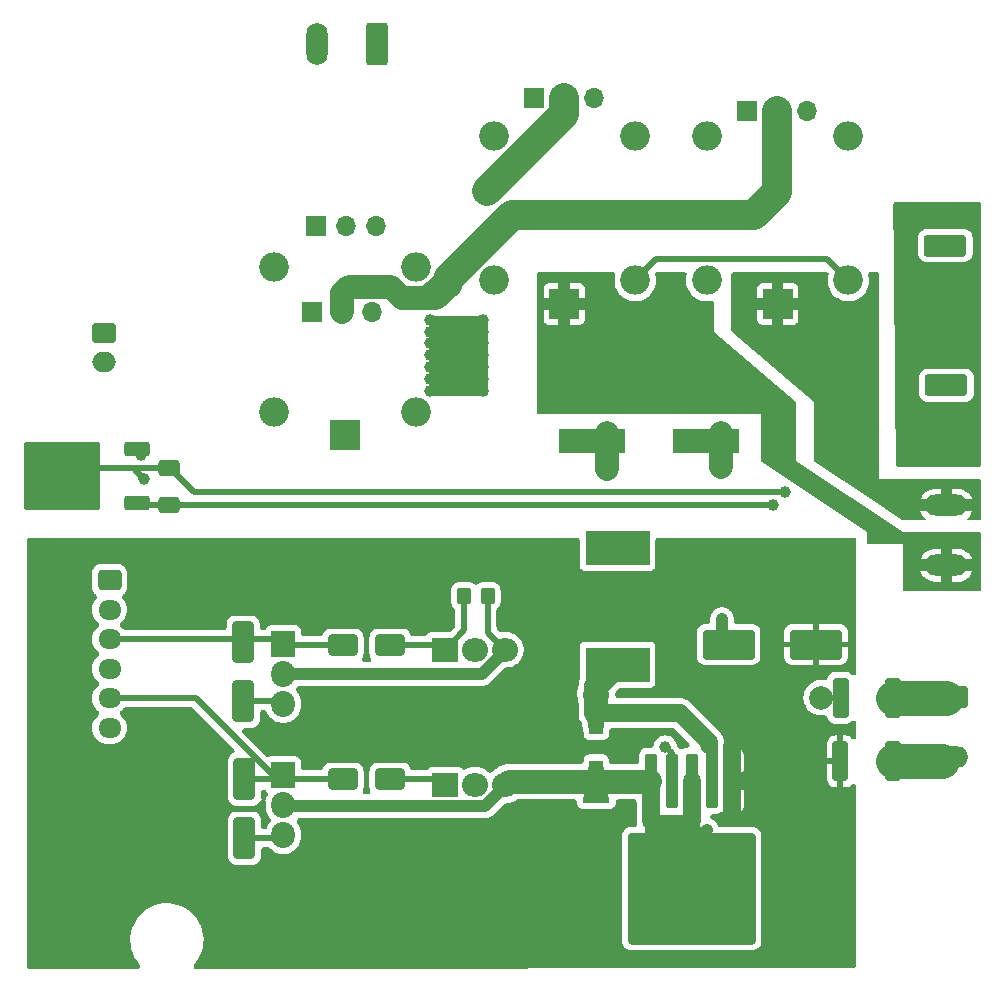
<source format=gbr>
G04 #@! TF.GenerationSoftware,KiCad,Pcbnew,7.0.9*
G04 #@! TF.CreationDate,2024-04-02T14:08:39+05:30*
G04 #@! TF.ProjectId,Chg_Dschg Controller,4368675f-4473-4636-9867-20436f6e7472,rev?*
G04 #@! TF.SameCoordinates,Original*
G04 #@! TF.FileFunction,Copper,L1,Top*
G04 #@! TF.FilePolarity,Positive*
%FSLAX45Y45*%
G04 Gerber Fmt 4.5, Leading zero omitted, Abs format (unit mm)*
G04 Created by KiCad (PCBNEW 7.0.9) date 2024-04-02 14:08:39*
%MOMM*%
%LPD*%
G01*
G04 APERTURE LIST*
G04 Aperture macros list*
%AMRoundRect*
0 Rectangle with rounded corners*
0 $1 Rounding radius*
0 $2 $3 $4 $5 $6 $7 $8 $9 X,Y pos of 4 corners*
0 Add a 4 corners polygon primitive as box body*
4,1,4,$2,$3,$4,$5,$6,$7,$8,$9,$2,$3,0*
0 Add four circle primitives for the rounded corners*
1,1,$1+$1,$2,$3*
1,1,$1+$1,$4,$5*
1,1,$1+$1,$6,$7*
1,1,$1+$1,$8,$9*
0 Add four rect primitives between the rounded corners*
20,1,$1+$1,$2,$3,$4,$5,0*
20,1,$1+$1,$4,$5,$6,$7,0*
20,1,$1+$1,$6,$7,$8,$9,0*
20,1,$1+$1,$8,$9,$2,$3,0*%
%AMOutline4P*
0 Free polygon, 4 corners , with rotation*
0 The origin of the aperture is its center*
0 number of corners: always 4*
0 $1 to $8 corner X, Y*
0 $9 Rotation angle, in degrees counterclockwise*
0 create outline with 4 corners*
4,1,4,$1,$2,$3,$4,$5,$6,$7,$8,$1,$2,$9*%
G04 Aperture macros list end*
G04 #@! TA.AperFunction,SMDPad,CuDef*
%ADD10RoundRect,0.250000X1.950000X1.000000X-1.950000X1.000000X-1.950000X-1.000000X1.950000X-1.000000X0*%
G04 #@! TD*
G04 #@! TA.AperFunction,ComponentPad*
%ADD11R,2.200000X2.000000*%
G04 #@! TD*
G04 #@! TA.AperFunction,ComponentPad*
%ADD12O,2.200000X2.000000*%
G04 #@! TD*
G04 #@! TA.AperFunction,ComponentPad*
%ADD13R,2.000000X2.200000*%
G04 #@! TD*
G04 #@! TA.AperFunction,ComponentPad*
%ADD14O,2.000000X2.200000*%
G04 #@! TD*
G04 #@! TA.AperFunction,ComponentPad*
%ADD15R,2.500000X2.500000*%
G04 #@! TD*
G04 #@! TA.AperFunction,ComponentPad*
%ADD16O,2.500000X2.500000*%
G04 #@! TD*
G04 #@! TA.AperFunction,SMDPad,CuDef*
%ADD17R,5.400000X2.900000*%
G04 #@! TD*
G04 #@! TA.AperFunction,SMDPad,CuDef*
%ADD18RoundRect,0.250000X0.400000X1.450000X-0.400000X1.450000X-0.400000X-1.450000X0.400000X-1.450000X0*%
G04 #@! TD*
G04 #@! TA.AperFunction,ComponentPad*
%ADD19RoundRect,0.250000X-1.550000X0.650000X-1.550000X-0.650000X1.550000X-0.650000X1.550000X0.650000X0*%
G04 #@! TD*
G04 #@! TA.AperFunction,ComponentPad*
%ADD20O,3.600000X1.800000*%
G04 #@! TD*
G04 #@! TA.AperFunction,SMDPad,CuDef*
%ADD21RoundRect,0.250000X1.000000X0.650000X-1.000000X0.650000X-1.000000X-0.650000X1.000000X-0.650000X0*%
G04 #@! TD*
G04 #@! TA.AperFunction,SMDPad,CuDef*
%ADD22RoundRect,0.250000X-0.650000X1.500000X-0.650000X-1.500000X0.650000X-1.500000X0.650000X1.500000X0*%
G04 #@! TD*
G04 #@! TA.AperFunction,ComponentPad*
%ADD23RoundRect,0.250000X-0.750000X0.600000X-0.750000X-0.600000X0.750000X-0.600000X0.750000X0.600000X0*%
G04 #@! TD*
G04 #@! TA.AperFunction,ComponentPad*
%ADD24O,2.000000X1.700000*%
G04 #@! TD*
G04 #@! TA.AperFunction,SMDPad,CuDef*
%ADD25R,5.700000X2.000000*%
G04 #@! TD*
G04 #@! TA.AperFunction,SMDPad,CuDef*
%ADD26RoundRect,0.250000X-0.300000X2.050000X-0.300000X-2.050000X0.300000X-2.050000X0.300000X2.050000X0*%
G04 #@! TD*
G04 #@! TA.AperFunction,SMDPad,CuDef*
%ADD27RoundRect,0.250000X-2.375000X2.025000X-2.375000X-2.025000X2.375000X-2.025000X2.375000X2.025000X0*%
G04 #@! TD*
G04 #@! TA.AperFunction,SMDPad,CuDef*
%ADD28RoundRect,0.250002X-5.149998X4.449998X-5.149998X-4.449998X5.149998X-4.449998X5.149998X4.449998X0*%
G04 #@! TD*
G04 #@! TA.AperFunction,SMDPad,CuDef*
%ADD29RoundRect,0.250000X0.850000X0.350000X-0.850000X0.350000X-0.850000X-0.350000X0.850000X-0.350000X0*%
G04 #@! TD*
G04 #@! TA.AperFunction,SMDPad,CuDef*
%ADD30RoundRect,0.250000X1.275000X1.125000X-1.275000X1.125000X-1.275000X-1.125000X1.275000X-1.125000X0*%
G04 #@! TD*
G04 #@! TA.AperFunction,SMDPad,CuDef*
%ADD31RoundRect,0.249997X2.950003X2.650003X-2.950003X2.650003X-2.950003X-2.650003X2.950003X-2.650003X0*%
G04 #@! TD*
G04 #@! TA.AperFunction,ComponentPad*
%ADD32RoundRect,0.250000X0.650000X1.550000X-0.650000X1.550000X-0.650000X-1.550000X0.650000X-1.550000X0*%
G04 #@! TD*
G04 #@! TA.AperFunction,ComponentPad*
%ADD33O,1.800000X3.600000*%
G04 #@! TD*
G04 #@! TA.AperFunction,SMDPad,CuDef*
%ADD34RoundRect,0.250000X0.350000X0.450000X-0.350000X0.450000X-0.350000X-0.450000X0.350000X-0.450000X0*%
G04 #@! TD*
G04 #@! TA.AperFunction,SMDPad,CuDef*
%ADD35RoundRect,0.250000X0.650000X-0.412500X0.650000X0.412500X-0.650000X0.412500X-0.650000X-0.412500X0*%
G04 #@! TD*
G04 #@! TA.AperFunction,ComponentPad*
%ADD36RoundRect,0.250000X-0.725000X0.600000X-0.725000X-0.600000X0.725000X-0.600000X0.725000X0.600000X0*%
G04 #@! TD*
G04 #@! TA.AperFunction,ComponentPad*
%ADD37O,1.950000X1.700000*%
G04 #@! TD*
G04 #@! TA.AperFunction,SMDPad,CuDef*
%ADD38Outline4P,-1.800000X-1.150000X1.800000X-0.550000X1.800000X0.550000X-1.800000X1.150000X270.000000*%
G04 #@! TD*
G04 #@! TA.AperFunction,SMDPad,CuDef*
%ADD39Outline4P,-1.800000X-1.150000X1.800000X-0.550000X1.800000X0.550000X-1.800000X1.150000X90.000000*%
G04 #@! TD*
G04 #@! TA.AperFunction,ComponentPad*
%ADD40R,1.700000X1.700000*%
G04 #@! TD*
G04 #@! TA.AperFunction,ComponentPad*
%ADD41O,1.700000X1.700000*%
G04 #@! TD*
G04 #@! TA.AperFunction,ViaPad*
%ADD42C,1.000000*%
G04 #@! TD*
G04 #@! TA.AperFunction,ViaPad*
%ADD43C,2.000000*%
G04 #@! TD*
G04 #@! TA.AperFunction,Conductor*
%ADD44C,0.500000*%
G04 #@! TD*
G04 #@! TA.AperFunction,Conductor*
%ADD45C,1.000000*%
G04 #@! TD*
G04 #@! TA.AperFunction,Conductor*
%ADD46C,1.500000*%
G04 #@! TD*
G04 #@! TA.AperFunction,Conductor*
%ADD47C,2.500000*%
G04 #@! TD*
G04 #@! TA.AperFunction,Conductor*
%ADD48C,2.000000*%
G04 #@! TD*
G04 #@! TA.AperFunction,Conductor*
%ADD49C,3.000000*%
G04 #@! TD*
G04 APERTURE END LIST*
D10*
G04 #@! TO.P,C1,2*
G04 #@! TO.N,Net-(D2-A)*
X9625000Y-8250000D03*
G04 #@! TO.P,C1,1*
G04 #@! TO.N,+BATT*
X10365000Y-8250000D03*
G04 #@! TD*
D11*
G04 #@! TO.P,Q2,1,G*
G04 #@! TO.N,Net-(D6-K)*
X7221000Y-8294500D03*
D12*
G04 #@! TO.P,Q2,2,D*
G04 #@! TO.N,Net-(D4-A)*
X7475000Y-8294500D03*
G04 #@! TO.P,Q2,3,S*
G04 #@! TO.N,Net-(D2-A)*
X7729000Y-8294500D03*
G04 #@! TD*
D11*
G04 #@! TO.P,Q3,1,G*
G04 #@! TO.N,Net-(D5-K)*
X7226000Y-9439500D03*
D12*
G04 #@! TO.P,Q3,2,D*
G04 #@! TO.N,Net-(D3-A)*
X7480000Y-9439500D03*
G04 #@! TO.P,Q3,3,S*
G04 #@! TO.N,Net-(D2-A)*
X7734000Y-9439500D03*
G04 #@! TD*
D13*
G04 #@! TO.P,Q1,1,G*
G04 #@! TO.N,Net-(D10-K)*
X5855500Y-9356000D03*
D14*
G04 #@! TO.P,Q1,2,D*
G04 #@! TO.N,Net-(D2-A)*
X5855500Y-9610000D03*
G04 #@! TO.P,Q1,3,S*
G04 #@! TO.N,-BATT*
X5855500Y-9864000D03*
G04 #@! TD*
D13*
G04 #@! TO.P,Q5,1,G*
G04 #@! TO.N,Net-(D11-K)*
X5855500Y-8246000D03*
D14*
G04 #@! TO.P,Q5,2,D*
G04 #@! TO.N,Net-(D2-A)*
X5855500Y-8500000D03*
G04 #@! TO.P,Q5,3,S*
G04 #@! TO.N,-BATT*
X5855500Y-8754000D03*
G04 #@! TD*
D15*
G04 #@! TO.P,K2,1*
G04 #@! TO.N,BOOSTOUT-*
X10040000Y-5367750D03*
D16*
G04 #@! TO.P,K2,2*
G04 #@! TO.N,Net-(D4-A)*
X10640000Y-5167750D03*
G04 #@! TO.P,K2,3*
G04 #@! TO.N,Net-(J8-Pin_3)*
X10640000Y-3947750D03*
G04 #@! TO.P,K2,4*
G04 #@! TO.N,Net-(J8-Pin_1)*
X9440000Y-3947750D03*
G04 #@! TO.P,K2,5*
G04 #@! TO.N,/12V*
X9440000Y-5167750D03*
G04 #@! TD*
D17*
G04 #@! TO.P,L1,1,1*
G04 #@! TO.N,Net-(D2-K)*
X8685000Y-8420000D03*
G04 #@! TO.P,L1,2,2*
G04 #@! TO.N,/12V*
X8685000Y-7430000D03*
G04 #@! TD*
D18*
G04 #@! TO.P,F2,1*
G04 #@! TO.N,Net-(J4-Pin_2)*
X11017500Y-9240000D03*
G04 #@! TO.P,F2,2*
G04 #@! TO.N,+BATT*
X10572500Y-9240000D03*
G04 #@! TD*
D19*
G04 #@! TO.P,J4,1,Pin_1*
G04 #@! TO.N,Net-(J4-Pin_1)*
X11470750Y-8692750D03*
D20*
G04 #@! TO.P,J4,2,Pin_2*
G04 #@! TO.N,Net-(J4-Pin_2)*
X11470750Y-9200750D03*
G04 #@! TD*
D21*
G04 #@! TO.P,D6,1,K*
G04 #@! TO.N,Net-(D6-K)*
X6760000Y-8255000D03*
G04 #@! TO.P,D6,2,A*
G04 #@! TO.N,Net-(D11-K)*
X6360000Y-8255000D03*
G04 #@! TD*
D19*
G04 #@! TO.P,J3,1,Pin_1*
G04 #@! TO.N,BOOSTIN-*
X11460750Y-4872750D03*
D20*
G04 #@! TO.P,J3,2,Pin_2*
G04 #@! TO.N,BOOSTIN+*
X11460750Y-5380750D03*
G04 #@! TD*
D22*
G04 #@! TO.P,D10,1,K*
G04 #@! TO.N,Net-(D10-K)*
X5525000Y-9390000D03*
G04 #@! TO.P,D10,2,A*
G04 #@! TO.N,-BATT*
X5525000Y-9890000D03*
G04 #@! TD*
D23*
G04 #@! TO.P,J2,1,Pin_1*
G04 #@! TO.N,Net-(J2-Pin_1)*
X4340000Y-5610000D03*
D24*
G04 #@! TO.P,J2,2,Pin_2*
G04 #@! TO.N,Net-(J2-Pin_2)*
X4340000Y-5860000D03*
G04 #@! TD*
D18*
G04 #@! TO.P,F1,1*
G04 #@! TO.N,Net-(J4-Pin_1)*
X11020000Y-8700000D03*
G04 #@! TO.P,F1,2*
G04 #@! TO.N,-BATT*
X10575000Y-8700000D03*
G04 #@! TD*
D25*
G04 #@! TO.P,C2,1*
G04 #@! TO.N,/12V*
X8465000Y-6530000D03*
G04 #@! TO.P,C2,2*
G04 #@! TO.N,Net-(D2-A)*
X9435000Y-6530000D03*
G04 #@! TD*
D19*
G04 #@! TO.P,J10,1,Pin_1*
G04 #@! TO.N,BOOSTIN-*
X11470000Y-6055000D03*
D20*
G04 #@! TO.P,J10,2,Pin_2*
G04 #@! TO.N,BOOSTIN+*
X11470000Y-6563000D03*
G04 #@! TO.P,J10,3,Pin_3*
G04 #@! TO.N,BOOSTOUT-*
X11470000Y-7071000D03*
G04 #@! TO.P,J10,4,Pin_4*
G04 #@! TO.N,BOOSTOUT+*
X11470000Y-7579000D03*
G04 #@! TD*
D21*
G04 #@! TO.P,D5,1,K*
G04 #@! TO.N,Net-(D5-K)*
X6760000Y-9390000D03*
G04 #@! TO.P,D5,2,A*
G04 #@! TO.N,Net-(D10-K)*
X6360000Y-9390000D03*
G04 #@! TD*
D26*
G04 #@! TO.P,U2,1,VIN*
G04 #@! TO.N,+BATT*
X9652500Y-9402500D03*
G04 #@! TO.P,U2,2,OUT*
G04 #@! TO.N,Net-(D2-K)*
X9482500Y-9402500D03*
G04 #@! TO.P,U2,3,GND*
G04 #@! TO.N,Net-(D2-A)*
X9312500Y-9402500D03*
D27*
X9590000Y-10075000D03*
X9035000Y-10075000D03*
D28*
X9312500Y-10317500D03*
D27*
X9590000Y-10560000D03*
X9035000Y-10560000D03*
D26*
G04 #@! TO.P,U2,4,FB*
G04 #@! TO.N,/12V*
X9142500Y-9402500D03*
G04 #@! TO.P,U2,5,~{ON}/OFF*
G04 #@! TO.N,Net-(D2-A)*
X8972500Y-9402500D03*
G04 #@! TD*
D29*
G04 #@! TO.P,U3,1,VI*
G04 #@! TO.N,BOOSTIN+*
X4614000Y-7048000D03*
D30*
G04 #@! TO.P,U3,2,GND*
G04 #@! TO.N,BOOSTIN-*
X4151500Y-6972500D03*
X4151500Y-6667500D03*
D31*
X3984000Y-6820000D03*
D30*
X3816500Y-6972500D03*
X3816500Y-6667500D03*
D29*
G04 #@! TO.P,U3,3,VO*
G04 #@! TO.N,/5V*
X4614000Y-6592000D03*
G04 #@! TD*
D15*
G04 #@! TO.P,K1,1*
G04 #@! TO.N,-BATT*
X6375000Y-6477750D03*
D16*
G04 #@! TO.P,K1,2*
G04 #@! TO.N,Net-(D3-A)*
X6975000Y-6277750D03*
G04 #@! TO.P,K1,3*
G04 #@! TO.N,/NOR1*
X6975000Y-5057750D03*
G04 #@! TO.P,K1,4*
G04 #@! TO.N,/NCR1*
X5775000Y-5057750D03*
G04 #@! TO.P,K1,5*
G04 #@! TO.N,/12V*
X5775000Y-6277750D03*
G04 #@! TD*
D32*
G04 #@! TO.P,J5,1,Pin_1*
G04 #@! TO.N,Net-(D1-A)*
X6652250Y-3169250D03*
D33*
G04 #@! TO.P,J5,2,Pin_2*
G04 #@! TO.N,/12V*
X6144250Y-3169250D03*
G04 #@! TD*
D34*
G04 #@! TO.P,R4,1*
G04 #@! TO.N,Net-(D2-A)*
X7585000Y-7840000D03*
G04 #@! TO.P,R4,2*
G04 #@! TO.N,Net-(D6-K)*
X7385000Y-7840000D03*
G04 #@! TD*
D22*
G04 #@! TO.P,D11,1,K*
G04 #@! TO.N,Net-(D11-K)*
X5515000Y-8230000D03*
G04 #@! TO.P,D11,2,A*
G04 #@! TO.N,-BATT*
X5515000Y-8730000D03*
G04 #@! TD*
D35*
G04 #@! TO.P,C3,1*
G04 #@! TO.N,BOOSTIN+*
X4890000Y-7066250D03*
G04 #@! TO.P,C3,2*
G04 #@! TO.N,BOOSTIN-*
X4890000Y-6753750D03*
G04 #@! TD*
D36*
G04 #@! TO.P,J1,1,Pin_1*
G04 #@! TO.N,BOOSTIN-*
X4383900Y-7705200D03*
D37*
G04 #@! TO.P,J1,2,Pin_2*
G04 #@! TO.N,/5V*
X4383900Y-7955200D03*
G04 #@! TO.P,J1,3,Pin_3*
G04 #@! TO.N,Net-(D11-K)*
X4383900Y-8205200D03*
G04 #@! TO.P,J1,4,Pin_4*
G04 #@! TO.N,Net-(J1-Pin_4)*
X4383900Y-8455200D03*
G04 #@! TO.P,J1,5,Pin_5*
G04 #@! TO.N,Net-(D10-K)*
X4383900Y-8705200D03*
G04 #@! TO.P,J1,6,Pin_6*
G04 #@! TO.N,Net-(J1-Pin_6)*
X4383900Y-8955200D03*
G04 #@! TD*
D15*
G04 #@! TO.P,K3,1*
G04 #@! TO.N,BOOSTOUT+*
X8235000Y-5367750D03*
D16*
G04 #@! TO.P,K3,2*
G04 #@! TO.N,Net-(D4-A)*
X8835000Y-5167750D03*
G04 #@! TO.P,K3,3*
G04 #@! TO.N,Net-(J9-Pin_3)*
X8835000Y-3947750D03*
G04 #@! TO.P,K3,4*
G04 #@! TO.N,Net-(J9-Pin_1)*
X7635000Y-3947750D03*
G04 #@! TO.P,K3,5*
G04 #@! TO.N,/12V*
X7635000Y-5167750D03*
G04 #@! TD*
D38*
G04 #@! TO.P,D2,1,K*
G04 #@! TO.N,Net-(D2-K)*
X8505000Y-8830000D03*
D39*
G04 #@! TO.P,D2,2,A*
G04 #@! TO.N,Net-(D2-A)*
X8505000Y-9410000D03*
G04 #@! TD*
D40*
G04 #@! TO.P,J6,1,Pin_1*
G04 #@! TO.N,/NCR1*
X6132500Y-4710000D03*
D41*
G04 #@! TO.P,J6,2,Pin_2*
G04 #@! TO.N,Net-(D1-A)*
X6386500Y-4710000D03*
G04 #@! TO.P,J6,3,Pin_3*
G04 #@! TO.N,/NOR1*
X6640500Y-4710000D03*
G04 #@! TD*
D40*
G04 #@! TO.P,J7,1,Pin_1*
G04 #@! TO.N,/NCR1*
X6102500Y-5435000D03*
D41*
G04 #@! TO.P,J7,2,Pin_2*
G04 #@! TO.N,Net-(J7-Pin_2)*
X6356500Y-5435000D03*
G04 #@! TO.P,J7,3,Pin_3*
G04 #@! TO.N,/NOR1*
X6610500Y-5435000D03*
G04 #@! TD*
D40*
G04 #@! TO.P,J8,1,Pin_1*
G04 #@! TO.N,Net-(J8-Pin_1)*
X9782500Y-3735000D03*
D41*
G04 #@! TO.P,J8,2,Pin_2*
G04 #@! TO.N,Net-(J7-Pin_2)*
X10036500Y-3735000D03*
G04 #@! TO.P,J8,3,Pin_3*
G04 #@! TO.N,Net-(J8-Pin_3)*
X10290500Y-3735000D03*
G04 #@! TD*
D40*
G04 #@! TO.P,J9,1,Pin_1*
G04 #@! TO.N,Net-(J9-Pin_1)*
X7975000Y-3620000D03*
D41*
G04 #@! TO.P,J9,2,Pin_2*
G04 #@! TO.N,+BATT*
X8229000Y-3620000D03*
G04 #@! TO.P,J9,3,Pin_3*
G04 #@! TO.N,Net-(J9-Pin_3)*
X8483000Y-3620000D03*
G04 #@! TD*
D42*
G04 #@! TO.N,+BATT*
X7270000Y-7450000D03*
X9710000Y-8990000D03*
X5095000Y-7725000D03*
X7580000Y-4410000D03*
G04 #@! TO.N,Net-(D2-A)*
X9570000Y-8035000D03*
X9340000Y-9800000D03*
X9240000Y-9780000D03*
X9270000Y-9890000D03*
X9440000Y-9820000D03*
X9170000Y-9920000D03*
X9380000Y-9910000D03*
X9560000Y-6750000D03*
X9250000Y-9990000D03*
G04 #@! TO.N,/12V*
X7100000Y-5700000D03*
X8615000Y-6780000D03*
X7550000Y-6100000D03*
X7100000Y-5500000D03*
X7550000Y-5600000D03*
X7550000Y-5700000D03*
X7550000Y-5900000D03*
X7550000Y-5500000D03*
X7100000Y-5800000D03*
X7100000Y-6100000D03*
X7550000Y-6000000D03*
X9090000Y-9120000D03*
X7100000Y-5600000D03*
X7100000Y-6000000D03*
X7100000Y-5900000D03*
X8685000Y-7430000D03*
X7550000Y-5800000D03*
G04 #@! TO.N,BOOSTIN+*
X10000000Y-7066250D03*
G04 #@! TO.N,BOOSTIN-*
X10100000Y-6961300D03*
X4680000Y-6850000D03*
G04 #@! TO.N,/5V*
X4654665Y-6648800D03*
D43*
G04 #@! TO.N,-BATT*
X10410000Y-8700000D03*
G04 #@! TD*
D44*
G04 #@! TO.N,Net-(D6-K)*
X7385000Y-8130500D02*
X7385000Y-7840000D01*
X7221000Y-8294500D02*
X7385000Y-8130500D01*
D45*
G04 #@! TO.N,Net-(D2-A)*
X7534058Y-8500000D02*
X7729000Y-8305058D01*
X7729000Y-8305058D02*
X7729000Y-8294500D01*
X5855500Y-8500000D02*
X7534058Y-8500000D01*
X7734000Y-9450058D02*
X7734000Y-9439500D01*
X7564558Y-9619500D02*
X7734000Y-9450058D01*
X5855500Y-9610000D02*
X5865000Y-9619500D01*
X5865000Y-9619500D02*
X7564558Y-9619500D01*
D46*
G04 #@! TO.N,+BATT*
X9777500Y-9402500D02*
X9790000Y-9390000D01*
X9710000Y-8990000D02*
X9660000Y-9100000D01*
X9652500Y-9402500D02*
X9652500Y-9107500D01*
D47*
X8229000Y-3761000D02*
X7580000Y-4410000D01*
X8229000Y-3620000D02*
X8229000Y-3761000D01*
D46*
X9652500Y-9107500D02*
X9710000Y-8990000D01*
X9652500Y-9402500D02*
X9652500Y-9692500D01*
X9652500Y-9402500D02*
X9777500Y-9402500D01*
D45*
G04 #@! TO.N,Net-(D2-A)*
X9380000Y-9865000D02*
X9440000Y-9820000D01*
X9312500Y-9797500D02*
X9380000Y-9865000D01*
D44*
X9570000Y-8245000D02*
X9625000Y-8300000D01*
D48*
X8957500Y-9410000D02*
X8957500Y-9402500D01*
D44*
X7590000Y-8125000D02*
X7590000Y-8155500D01*
D45*
X9312500Y-9797500D02*
X9305000Y-9805000D01*
X8512500Y-9402500D02*
X8505000Y-9410000D01*
X9312500Y-9797500D02*
X9250000Y-9860000D01*
D44*
X8972500Y-10012500D02*
X9035000Y-10075000D01*
D45*
X9312500Y-9745000D02*
X9312500Y-9797500D01*
X9425000Y-9910000D02*
X9590000Y-10075000D01*
D48*
X8380000Y-9410000D02*
X8957500Y-9410000D01*
D44*
X9565000Y-6745000D02*
X9560000Y-6750000D01*
D45*
X9312500Y-9745000D02*
X8972500Y-9745000D01*
X9250000Y-9990000D02*
X9170000Y-9920000D01*
X9215000Y-9805000D02*
X8972500Y-9805000D01*
X9305000Y-9805000D02*
X9265000Y-9805000D01*
X9380000Y-9910000D02*
X9425000Y-9910000D01*
D48*
X8505000Y-9410000D02*
X8380000Y-9410000D01*
D45*
X9170000Y-9920000D02*
X9120000Y-9990000D01*
X7763500Y-9410000D02*
X7734000Y-9439500D01*
X9240000Y-9780000D02*
X9215000Y-9805000D01*
D48*
X8380000Y-9410000D02*
X7763500Y-9410000D01*
D45*
X9120000Y-9990000D02*
X9035000Y-10075000D01*
X9440000Y-9820000D02*
X9380000Y-9910000D01*
X9570000Y-8035000D02*
X9570000Y-8245000D01*
X8972500Y-9745000D02*
X8972500Y-9805000D01*
D44*
X7585000Y-8120000D02*
X7585000Y-7840000D01*
X7590000Y-8155500D02*
X7729000Y-8294500D01*
D46*
X9312500Y-9402500D02*
X9312500Y-9745000D01*
D45*
X8972500Y-9805000D02*
X8972500Y-10012500D01*
D46*
X8972500Y-9402500D02*
X8972500Y-9745000D01*
D44*
X7590000Y-8125000D02*
X7585000Y-8120000D01*
D48*
X9565000Y-6460000D02*
X9565000Y-6745000D01*
D45*
X9265000Y-9805000D02*
X9240000Y-9780000D01*
X9250000Y-9860000D02*
X9250000Y-9990000D01*
D44*
G04 #@! TO.N,/12V*
X9142500Y-9172500D02*
X9142500Y-9402500D01*
X9090000Y-9120000D02*
X9142500Y-9172500D01*
X8595000Y-6760000D02*
X8615000Y-6780000D01*
D48*
X8595000Y-6460000D02*
X8595000Y-6760000D01*
D44*
G04 #@! TO.N,BOOSTIN+*
X4890000Y-7066250D02*
X10000000Y-7066250D01*
X4890000Y-7066250D02*
X4632250Y-7066250D01*
X4632250Y-7066250D02*
X4614000Y-7048000D01*
G04 #@! TO.N,BOOSTIN-*
X10093700Y-6955000D02*
X5100000Y-6955000D01*
X4600000Y-6753750D02*
X4050250Y-6753750D01*
X4890000Y-6753750D02*
X4600000Y-6753750D01*
X4050250Y-6753750D02*
X3984000Y-6820000D01*
X4680000Y-6850000D02*
X4600000Y-6770000D01*
X4600000Y-6770000D02*
X4600000Y-6753750D01*
X10100000Y-6961300D02*
X10093700Y-6955000D01*
X4898750Y-6753750D02*
X4890000Y-6753750D01*
X5100000Y-6955000D02*
X4898750Y-6753750D01*
G04 #@! TO.N,/5V*
X4654665Y-6648800D02*
X4654665Y-6632665D01*
X4654665Y-6632665D02*
X4614000Y-6592000D01*
D48*
G04 #@! TO.N,Net-(D2-K)*
X8505000Y-8600000D02*
X8685000Y-8420000D01*
X8505000Y-8830000D02*
X8505000Y-8600000D01*
D46*
X9215000Y-8830000D02*
X8505000Y-8830000D01*
X9215000Y-8830000D02*
X9461280Y-9076280D01*
D45*
X9482500Y-9402500D02*
X9482500Y-9097500D01*
D46*
X9461280Y-9076280D02*
X9461280Y-9104775D01*
D44*
G04 #@! TO.N,Net-(D4-A)*
X10640000Y-5167750D02*
X10460000Y-4987750D01*
X10460000Y-4987750D02*
X9015000Y-4987750D01*
X9015000Y-4987750D02*
X8835000Y-5167750D01*
G04 #@! TO.N,Net-(D5-K)*
X6760000Y-9390000D02*
X7176500Y-9390000D01*
X7176500Y-9390000D02*
X7226000Y-9439500D01*
G04 #@! TO.N,Net-(D6-K)*
X6760000Y-8255000D02*
X7181500Y-8255000D01*
X7181500Y-8255000D02*
X7221000Y-8294500D01*
G04 #@! TO.N,Net-(D11-K)*
X6360000Y-8255000D02*
X5864500Y-8255000D01*
X4383900Y-8205200D02*
X5814700Y-8205200D01*
X5814700Y-8205200D02*
X5855500Y-8246000D01*
X5864500Y-8255000D02*
X5855500Y-8246000D01*
G04 #@! TO.N,-BATT*
X5829500Y-9890000D02*
X5855500Y-9864000D01*
X5515000Y-8730000D02*
X5831500Y-8730000D01*
X10575000Y-8700000D02*
X10410000Y-8700000D01*
X5525000Y-9890000D02*
X5829500Y-9890000D01*
X5831500Y-8730000D02*
X5855500Y-8754000D01*
G04 #@! TO.N,Net-(J4-Pin_1)*
X11463500Y-8700000D02*
X11470750Y-8692750D01*
D49*
X11020000Y-8700000D02*
X11463500Y-8700000D01*
D44*
G04 #@! TO.N,Net-(J4-Pin_2)*
X11431500Y-9240000D02*
X11470750Y-9200750D01*
D49*
X11017500Y-9240000D02*
X11431500Y-9240000D01*
D48*
G04 #@! TO.N,Net-(J7-Pin_2)*
X6410000Y-5220000D02*
X6770000Y-5220000D01*
D47*
X7250000Y-5185000D02*
X7140000Y-5295000D01*
X7250000Y-5156770D02*
X7250000Y-5185000D01*
X9840000Y-4615000D02*
X7791770Y-4615000D01*
X10036500Y-4418500D02*
X9840000Y-4615000D01*
D48*
X7122250Y-5312750D02*
X7140000Y-5295000D01*
X6862750Y-5312750D02*
X7122250Y-5312750D01*
X6770000Y-5220000D02*
X6862750Y-5312750D01*
X6356500Y-5435000D02*
X6356500Y-5273500D01*
D47*
X10036500Y-3735000D02*
X10036500Y-4418500D01*
D48*
X6356500Y-5273500D02*
X6410000Y-5220000D01*
D47*
X7791770Y-4615000D02*
X7250000Y-5156770D01*
D44*
G04 #@! TO.N,Net-(D10-K)*
X5889500Y-9390000D02*
X5855500Y-9356000D01*
X5525000Y-9390000D02*
X5821500Y-9390000D01*
X6360000Y-9390000D02*
X5889500Y-9390000D01*
X5821500Y-9390000D02*
X5855500Y-9356000D01*
X5115200Y-8705200D02*
X5766000Y-9356000D01*
X4383900Y-8705200D02*
X5115200Y-8705200D01*
X5766000Y-9356000D02*
X5855500Y-9356000D01*
G04 #@! TD*
G04 #@! TA.AperFunction,Conductor*
G04 #@! TO.N,/12V*
G36*
X7574629Y-5466895D02*
G01*
X7582707Y-5472293D01*
X7588105Y-5480371D01*
X7590000Y-5489900D01*
X7590000Y-6120100D01*
X7588105Y-6129629D01*
X7582707Y-6137707D01*
X7574629Y-6143105D01*
X7565100Y-6145000D01*
X7119900Y-6145000D01*
X7110371Y-6143105D01*
X7102293Y-6137707D01*
X7096895Y-6129629D01*
X7095000Y-6120100D01*
X7095000Y-5494338D01*
X7096895Y-5484809D01*
X7102293Y-5476731D01*
X7110371Y-5471333D01*
X7119900Y-5469438D01*
X7120827Y-5469455D01*
X7146564Y-5470418D01*
X7172635Y-5467481D01*
X7178726Y-5465848D01*
X7185171Y-5465000D01*
X7565100Y-5465000D01*
X7574629Y-5466895D01*
G37*
G04 #@! TD.AperFunction*
G04 #@! TD*
G04 #@! TA.AperFunction,Conductor*
G04 #@! TO.N,+BATT*
G36*
X8349579Y-7346895D02*
G01*
X8357657Y-7352293D01*
X8363055Y-7360371D01*
X8364950Y-7369900D01*
X8364950Y-7579786D01*
X8364950Y-7579787D01*
X8364950Y-7579787D01*
X8365131Y-7581467D01*
X8365591Y-7585748D01*
X8365591Y-7585748D01*
X8370285Y-7598334D01*
X8370620Y-7599233D01*
X8379245Y-7610755D01*
X8390767Y-7619380D01*
X8404252Y-7624409D01*
X8410213Y-7625050D01*
X8959787Y-7625050D01*
X8965748Y-7624409D01*
X8979233Y-7619380D01*
X8990755Y-7610755D01*
X8999380Y-7599233D01*
X9004409Y-7585748D01*
X9005050Y-7579787D01*
X9005050Y-7369900D01*
X9006945Y-7360371D01*
X9012343Y-7352293D01*
X9020421Y-7346895D01*
X9029950Y-7345000D01*
X10683100Y-7345000D01*
X10692629Y-7346895D01*
X10700707Y-7352293D01*
X10706105Y-7360371D01*
X10708000Y-7369900D01*
X10708000Y-8481749D01*
X10706105Y-8491278D01*
X10700707Y-8499356D01*
X10692629Y-8504754D01*
X10683100Y-8506649D01*
X10673571Y-8504754D01*
X10665493Y-8499357D01*
X10661866Y-8495729D01*
X10646933Y-8486519D01*
X10646933Y-8486519D01*
X10646933Y-8486518D01*
X10646933Y-8486518D01*
X10630280Y-8481000D01*
X10630280Y-8481000D01*
X10630280Y-8481000D01*
X10620001Y-8479950D01*
X10620001Y-8479950D01*
X10530000Y-8479950D01*
X10529999Y-8479950D01*
X10519720Y-8481000D01*
X10503067Y-8486519D01*
X10488135Y-8495729D01*
X10475729Y-8508135D01*
X10466519Y-8523067D01*
X10462473Y-8535275D01*
X10457677Y-8543724D01*
X10450012Y-8549694D01*
X10440646Y-8552277D01*
X10434739Y-8552003D01*
X10422434Y-8549950D01*
X10397567Y-8549950D01*
X10373039Y-8554043D01*
X10373038Y-8554043D01*
X10349519Y-8562117D01*
X10327649Y-8573953D01*
X10308026Y-8589226D01*
X10308025Y-8589227D01*
X10291184Y-8607521D01*
X10291183Y-8607522D01*
X10277583Y-8628339D01*
X10277583Y-8628340D01*
X10267594Y-8651112D01*
X10267594Y-8651113D01*
X10261489Y-8675217D01*
X10261489Y-8675218D01*
X10259436Y-8700000D01*
X10261489Y-8724782D01*
X10261489Y-8724783D01*
X10267594Y-8748887D01*
X10267594Y-8748888D01*
X10277583Y-8771661D01*
X10278447Y-8772983D01*
X10291183Y-8792478D01*
X10291184Y-8792479D01*
X10308025Y-8810773D01*
X10308025Y-8810773D01*
X10308026Y-8810774D01*
X10308026Y-8810774D01*
X10308026Y-8810774D01*
X10327649Y-8826047D01*
X10327649Y-8826047D01*
X10327649Y-8826047D01*
X10349519Y-8837883D01*
X10356474Y-8840270D01*
X10373038Y-8845957D01*
X10373038Y-8845957D01*
X10373039Y-8845957D01*
X10397567Y-8850050D01*
X10422433Y-8850050D01*
X10422434Y-8850050D01*
X10434739Y-8847997D01*
X10444449Y-8848298D01*
X10453306Y-8852292D01*
X10459959Y-8859372D01*
X10462473Y-8864725D01*
X10465803Y-8874774D01*
X10466519Y-8876933D01*
X10475729Y-8891866D01*
X10488134Y-8904271D01*
X10503067Y-8913481D01*
X10503067Y-8913482D01*
X10503067Y-8913482D01*
X10519431Y-8918904D01*
X10519720Y-8919000D01*
X10529999Y-8920050D01*
X10620001Y-8920050D01*
X10630280Y-8919000D01*
X10646933Y-8913481D01*
X10661866Y-8904271D01*
X10665493Y-8900643D01*
X10673571Y-8895246D01*
X10683100Y-8893351D01*
X10692629Y-8895246D01*
X10700707Y-8900644D01*
X10706105Y-8908722D01*
X10708000Y-8918251D01*
X10708000Y-9024320D01*
X10706105Y-9033849D01*
X10700707Y-9041927D01*
X10692629Y-9047325D01*
X10683100Y-9049220D01*
X10673571Y-9047325D01*
X10665493Y-9041927D01*
X10659335Y-9035768D01*
X10659334Y-9035768D01*
X10644412Y-9026564D01*
X10644412Y-9026564D01*
X10627770Y-9021050D01*
X10627769Y-9021049D01*
X10617498Y-9020000D01*
X10597500Y-9020000D01*
X10597500Y-9020000D01*
X10597500Y-9460000D01*
X10597500Y-9460000D01*
X10617497Y-9460000D01*
X10617498Y-9460000D01*
X10627770Y-9458951D01*
X10627770Y-9458950D01*
X10644412Y-9453436D01*
X10644412Y-9453436D01*
X10659334Y-9444232D01*
X10659335Y-9444232D01*
X10665493Y-9438073D01*
X10673571Y-9432676D01*
X10683100Y-9430780D01*
X10692629Y-9432676D01*
X10700707Y-9438073D01*
X10706105Y-9446151D01*
X10708000Y-9455680D01*
X10708000Y-10960153D01*
X10706105Y-10969682D01*
X10700707Y-10977760D01*
X10692629Y-10983158D01*
X10683153Y-10985053D01*
X5120863Y-10996933D01*
X5111330Y-10995058D01*
X5103240Y-10989678D01*
X5097825Y-10981611D01*
X5095910Y-10972087D01*
X5097785Y-10962554D01*
X5101991Y-10955727D01*
X5115930Y-10939641D01*
X5115930Y-10939641D01*
X5115930Y-10939641D01*
X5135945Y-10910371D01*
X5152492Y-10879010D01*
X5165357Y-10845967D01*
X5174371Y-10811674D01*
X5179417Y-10776576D01*
X5180430Y-10741132D01*
X5177396Y-10705803D01*
X5170354Y-10671051D01*
X5159396Y-10637328D01*
X5159396Y-10637327D01*
X5144667Y-10605074D01*
X5144667Y-10605074D01*
X5144666Y-10605073D01*
X5126356Y-10574709D01*
X5104703Y-10546629D01*
X5079991Y-10521200D01*
X5052541Y-10498755D01*
X5022711Y-10479584D01*
X5022711Y-10479584D01*
X5022711Y-10479584D01*
X4990891Y-10463939D01*
X4990891Y-10463939D01*
X4990890Y-10463939D01*
X4990890Y-10463939D01*
X4957494Y-10452023D01*
X4922957Y-10443992D01*
X4922956Y-10443992D01*
X4887729Y-10439950D01*
X4887729Y-10439950D01*
X4861142Y-10439950D01*
X4861142Y-10439950D01*
X4834599Y-10441468D01*
X4799660Y-10447514D01*
X4765638Y-10457504D01*
X4765637Y-10457504D01*
X4732976Y-10471307D01*
X4732976Y-10471307D01*
X4702101Y-10488743D01*
X4673414Y-10509585D01*
X4673414Y-10509585D01*
X4647290Y-10533561D01*
X4624070Y-10560359D01*
X4604056Y-10589629D01*
X4604055Y-10589629D01*
X4587508Y-10620989D01*
X4574643Y-10654032D01*
X4565629Y-10688327D01*
X4560583Y-10723423D01*
X4560583Y-10723424D01*
X4559570Y-10758867D01*
X4562604Y-10794197D01*
X4569646Y-10828949D01*
X4569646Y-10828949D01*
X4580603Y-10862672D01*
X4580604Y-10862673D01*
X4595333Y-10894926D01*
X4595333Y-10894926D01*
X4595334Y-10894927D01*
X4604605Y-10910301D01*
X4613644Y-10925291D01*
X4613644Y-10925291D01*
X4613644Y-10925292D01*
X4635297Y-10953371D01*
X4637609Y-10955750D01*
X4642890Y-10963904D01*
X4644650Y-10973459D01*
X4642618Y-10982960D01*
X4637106Y-10990960D01*
X4628952Y-10996242D01*
X4619805Y-10998003D01*
X3709953Y-10999947D01*
X3700420Y-10998072D01*
X3692331Y-10992691D01*
X3686916Y-10984625D01*
X3685000Y-10975100D01*
X3685000Y-10975047D01*
X3685000Y-8955201D01*
X4235834Y-8955201D01*
X4237894Y-8978740D01*
X4244010Y-9001566D01*
X4244010Y-9001567D01*
X4253996Y-9022982D01*
X4253997Y-9022983D01*
X4261158Y-9033211D01*
X4267551Y-9042340D01*
X4284260Y-9059050D01*
X4296575Y-9067672D01*
X4303617Y-9072603D01*
X4303617Y-9072604D01*
X4325034Y-9082590D01*
X4347859Y-9088706D01*
X4347860Y-9088706D01*
X4347860Y-9088706D01*
X4365503Y-9090250D01*
X4365503Y-9090250D01*
X4402297Y-9090250D01*
X4419940Y-9088706D01*
X4419940Y-9088706D01*
X4419941Y-9088706D01*
X4442766Y-9082590D01*
X4464183Y-9072604D01*
X4483540Y-9059050D01*
X4500250Y-9042340D01*
X4513804Y-9022983D01*
X4523790Y-9001566D01*
X4529906Y-8978741D01*
X4529906Y-8978740D01*
X4531966Y-8955201D01*
X4531966Y-8955199D01*
X4529906Y-8931660D01*
X4529906Y-8931660D01*
X4529906Y-8931659D01*
X4523790Y-8908834D01*
X4515878Y-8891866D01*
X4513804Y-8887418D01*
X4513803Y-8887417D01*
X4508872Y-8880375D01*
X4500250Y-8868060D01*
X4483540Y-8851351D01*
X4482464Y-8850597D01*
X4475746Y-8843579D01*
X4472224Y-8834524D01*
X4472436Y-8824811D01*
X4476349Y-8815918D01*
X4482464Y-8809803D01*
X4483540Y-8809050D01*
X4500250Y-8792340D01*
X4501280Y-8790868D01*
X4508299Y-8784150D01*
X4517354Y-8780628D01*
X4521677Y-8780250D01*
X5073799Y-8780250D01*
X5083328Y-8782145D01*
X5091406Y-8787543D01*
X5435189Y-9131326D01*
X5440587Y-9139404D01*
X5442482Y-9148933D01*
X5440587Y-9158462D01*
X5435189Y-9166540D01*
X5429261Y-9170692D01*
X5429301Y-9170757D01*
X5428179Y-9171449D01*
X5428108Y-9171499D01*
X5428068Y-9171518D01*
X5413135Y-9180729D01*
X5400729Y-9193135D01*
X5391518Y-9208067D01*
X5386000Y-9224720D01*
X5386000Y-9224720D01*
X5384950Y-9234999D01*
X5384950Y-9545001D01*
X5386000Y-9555280D01*
X5391513Y-9571917D01*
X5391519Y-9571933D01*
X5397133Y-9581036D01*
X5399547Y-9584950D01*
X5400729Y-9586866D01*
X5413134Y-9599271D01*
X5428067Y-9608481D01*
X5428067Y-9608482D01*
X5428067Y-9608482D01*
X5440197Y-9612501D01*
X5444720Y-9614000D01*
X5454999Y-9615050D01*
X5595001Y-9615050D01*
X5605280Y-9614000D01*
X5621933Y-9608481D01*
X5636866Y-9599271D01*
X5649271Y-9586866D01*
X5658481Y-9571933D01*
X5658482Y-9571932D01*
X5658913Y-9571007D01*
X5664658Y-9563172D01*
X5671799Y-9558838D01*
X5666753Y-9550939D01*
X5665050Y-9541887D01*
X5665050Y-9503419D01*
X5666945Y-9493890D01*
X5672343Y-9485812D01*
X5680421Y-9480414D01*
X5689950Y-9478519D01*
X5699479Y-9480414D01*
X5707557Y-9485812D01*
X5709890Y-9488929D01*
X5710053Y-9488807D01*
X5720500Y-9502762D01*
X5724693Y-9511526D01*
X5725213Y-9521228D01*
X5723369Y-9527686D01*
X5712753Y-9551889D01*
X5707189Y-9559854D01*
X5699724Y-9564622D01*
X5699838Y-9564707D01*
X5704879Y-9573012D01*
X5706357Y-9582615D01*
X5706296Y-9583585D01*
X5705450Y-9593793D01*
X5705450Y-9626207D01*
X5706989Y-9644781D01*
X5706989Y-9644783D01*
X5712548Y-9666732D01*
X5713094Y-9668888D01*
X5723083Y-9691661D01*
X5724134Y-9693270D01*
X5736683Y-9712478D01*
X5736684Y-9712479D01*
X5743733Y-9720136D01*
X5748792Y-9728430D01*
X5750292Y-9738029D01*
X5748004Y-9747471D01*
X5743733Y-9753864D01*
X5736684Y-9761521D01*
X5736683Y-9761522D01*
X5723083Y-9782339D01*
X5723082Y-9782340D01*
X5719653Y-9790157D01*
X5715313Y-9800052D01*
X5709750Y-9808017D01*
X5701562Y-9813247D01*
X5692510Y-9814950D01*
X5689950Y-9814950D01*
X5680421Y-9813055D01*
X5672343Y-9807657D01*
X5666945Y-9799579D01*
X5665050Y-9790050D01*
X5665050Y-9734999D01*
X5665050Y-9734999D01*
X5664000Y-9724720D01*
X5663842Y-9724243D01*
X5660447Y-9713999D01*
X5658481Y-9708067D01*
X5649271Y-9693134D01*
X5636866Y-9680729D01*
X5621933Y-9671519D01*
X5621933Y-9671519D01*
X5621933Y-9671518D01*
X5621933Y-9671518D01*
X5605280Y-9666000D01*
X5605280Y-9666000D01*
X5605280Y-9666000D01*
X5595001Y-9664950D01*
X5595000Y-9664950D01*
X5454999Y-9664950D01*
X5444720Y-9666000D01*
X5428067Y-9671519D01*
X5413135Y-9680729D01*
X5400729Y-9693135D01*
X5391518Y-9708067D01*
X5386000Y-9724720D01*
X5386000Y-9724720D01*
X5386000Y-9724720D01*
X5385856Y-9726131D01*
X5384950Y-9734999D01*
X5384950Y-10045001D01*
X5386000Y-10055280D01*
X5391519Y-10071933D01*
X5391519Y-10071933D01*
X5400729Y-10086866D01*
X5413134Y-10099271D01*
X5428067Y-10108481D01*
X5428067Y-10108482D01*
X5428067Y-10108482D01*
X5444431Y-10113904D01*
X5444720Y-10114000D01*
X5454999Y-10115050D01*
X5595001Y-10115050D01*
X5605280Y-10114000D01*
X5621933Y-10108481D01*
X5636866Y-10099271D01*
X5649271Y-10086866D01*
X5658481Y-10071933D01*
X5664000Y-10055280D01*
X5665050Y-10045001D01*
X5665050Y-9989950D01*
X5666945Y-9980421D01*
X5672343Y-9972343D01*
X5680421Y-9966945D01*
X5689950Y-9965050D01*
X5724446Y-9965050D01*
X5733975Y-9966945D01*
X5742053Y-9972343D01*
X5742762Y-9973082D01*
X5753526Y-9984774D01*
X5753526Y-9984774D01*
X5753526Y-9984774D01*
X5773148Y-10000047D01*
X5773149Y-10000047D01*
X5773149Y-10000047D01*
X5795019Y-10011883D01*
X5801974Y-10014270D01*
X5818538Y-10019957D01*
X5818538Y-10019957D01*
X5818539Y-10019957D01*
X5843066Y-10024050D01*
X5867933Y-10024050D01*
X5892461Y-10019957D01*
X5892462Y-10019957D01*
X5892462Y-10019957D01*
X5901408Y-10016886D01*
X5915981Y-10011883D01*
X5937851Y-10000047D01*
X5957474Y-9984774D01*
X5974316Y-9966479D01*
X5987917Y-9945661D01*
X5997906Y-9922888D01*
X6004011Y-9898782D01*
X6005550Y-9880207D01*
X6005550Y-9847793D01*
X6005550Y-9847793D01*
X6004011Y-9829219D01*
X6004011Y-9829218D01*
X6004011Y-9829218D01*
X5997906Y-9805112D01*
X5987917Y-9782339D01*
X5974316Y-9761522D01*
X5974126Y-9761314D01*
X5974019Y-9761140D01*
X5973684Y-9760710D01*
X5973733Y-9760671D01*
X5969067Y-9753021D01*
X5967566Y-9743422D01*
X5969854Y-9733979D01*
X5975580Y-9726131D01*
X5983874Y-9721072D01*
X5992445Y-9719550D01*
X7563287Y-9719550D01*
X7572194Y-9719776D01*
X7572194Y-9719776D01*
X7572195Y-9719776D01*
X7578001Y-9718735D01*
X7578934Y-9718604D01*
X7584802Y-9718007D01*
X7587702Y-9717098D01*
X7589233Y-9716722D01*
X7592224Y-9716186D01*
X7597702Y-9713998D01*
X7598587Y-9713682D01*
X7604217Y-9711916D01*
X7606873Y-9710441D01*
X7608298Y-9709765D01*
X7611120Y-9708638D01*
X7616044Y-9705393D01*
X7616851Y-9704903D01*
X7622009Y-9702041D01*
X7624315Y-9700061D01*
X7625573Y-9699112D01*
X7628110Y-9697440D01*
X7632280Y-9693270D01*
X7632974Y-9692628D01*
X7637448Y-9688787D01*
X7639307Y-9686384D01*
X7640350Y-9685201D01*
X7728707Y-9596843D01*
X7736786Y-9591445D01*
X7746314Y-9589550D01*
X7750207Y-9589550D01*
X7768781Y-9588011D01*
X7768781Y-9588011D01*
X7768782Y-9588011D01*
X7792888Y-9581906D01*
X7815661Y-9571917D01*
X7823994Y-9566473D01*
X7827619Y-9564105D01*
X7836633Y-9560480D01*
X7841238Y-9560050D01*
X8314866Y-9560050D01*
X8324395Y-9561945D01*
X8332473Y-9567343D01*
X8337871Y-9575421D01*
X8339766Y-9584950D01*
X8339567Y-9588094D01*
X8339534Y-9588353D01*
X8339438Y-9589435D01*
X8339438Y-9589435D01*
X8341327Y-9603703D01*
X8341327Y-9603703D01*
X8347159Y-9616860D01*
X8347160Y-9616861D01*
X8356462Y-9627842D01*
X8368482Y-9635758D01*
X8372369Y-9636947D01*
X8382245Y-9639967D01*
X8383328Y-9640050D01*
X8383328Y-9640050D01*
X8626672Y-9640050D01*
X8626672Y-9640050D01*
X8627755Y-9639967D01*
X8641518Y-9635758D01*
X8653538Y-9627842D01*
X8662841Y-9616860D01*
X8668673Y-9603703D01*
X8670562Y-9589435D01*
X8670466Y-9588353D01*
X8670466Y-9588353D01*
X8670433Y-9588094D01*
X8671110Y-9578403D01*
X8675444Y-9569707D01*
X8682776Y-9563333D01*
X8691989Y-9560249D01*
X8695134Y-9560050D01*
X8822550Y-9560050D01*
X8832079Y-9561945D01*
X8840157Y-9567343D01*
X8845555Y-9575421D01*
X8847450Y-9584950D01*
X8847450Y-9750616D01*
X8848962Y-9767420D01*
X8849087Y-9768105D01*
X8848923Y-9777819D01*
X8845054Y-9786731D01*
X8838069Y-9793484D01*
X8829031Y-9797050D01*
X8824587Y-9797450D01*
X8792499Y-9797450D01*
X8782220Y-9798500D01*
X8765567Y-9804019D01*
X8750635Y-9813229D01*
X8738229Y-9825635D01*
X8729018Y-9840567D01*
X8729018Y-9840567D01*
X8723500Y-9857220D01*
X8723500Y-9857221D01*
X8722522Y-9866793D01*
X8722450Y-9867499D01*
X8722450Y-10767501D01*
X8723500Y-10777780D01*
X8728940Y-10794197D01*
X8729019Y-10794433D01*
X8738229Y-10809366D01*
X8750634Y-10821771D01*
X8765567Y-10830981D01*
X8765567Y-10830982D01*
X8765567Y-10830982D01*
X8781931Y-10836404D01*
X8782220Y-10836500D01*
X8788871Y-10837179D01*
X8790339Y-10837550D01*
X8791864Y-10837550D01*
X8793130Y-10837614D01*
X8795199Y-10837826D01*
X8796796Y-10837550D01*
X9347499Y-10837550D01*
X9347499Y-10837550D01*
X9832501Y-10837550D01*
X9842780Y-10836500D01*
X9859433Y-10830981D01*
X9874366Y-10821771D01*
X9886771Y-10809366D01*
X9895981Y-10794433D01*
X9901500Y-10777780D01*
X9902550Y-10767501D01*
X9902550Y-10560359D01*
X9902550Y-10282501D01*
X9902550Y-10282501D01*
X9902550Y-9867499D01*
X9901500Y-9857220D01*
X9901500Y-9857220D01*
X9895981Y-9840567D01*
X9895981Y-9840567D01*
X9886771Y-9825634D01*
X9874366Y-9813229D01*
X9859433Y-9804019D01*
X9859433Y-9804019D01*
X9859433Y-9804018D01*
X9859433Y-9804018D01*
X9842780Y-9798500D01*
X9842780Y-9798500D01*
X9842780Y-9798500D01*
X9837640Y-9797975D01*
X9832501Y-9797450D01*
X9832501Y-9797450D01*
X9832501Y-9797450D01*
X9556114Y-9797450D01*
X9546586Y-9795555D01*
X9538507Y-9790157D01*
X9533462Y-9782606D01*
X9533459Y-9782608D01*
X9533442Y-9782576D01*
X9533110Y-9782079D01*
X9533109Y-9782078D01*
X9532413Y-9780396D01*
X9532442Y-9780384D01*
X9532122Y-9779643D01*
X9531603Y-9778497D01*
X9531208Y-9777819D01*
X9530356Y-9776355D01*
X9529605Y-9774831D01*
X9528662Y-9772539D01*
X9526185Y-9768861D01*
X9525530Y-9767774D01*
X9525340Y-9767419D01*
X9523591Y-9764146D01*
X9523590Y-9764145D01*
X9523110Y-9763427D01*
X9521436Y-9761016D01*
X9521373Y-9760907D01*
X9521373Y-9760907D01*
X9519722Y-9759060D01*
X9518678Y-9757718D01*
X9517294Y-9755664D01*
X9517293Y-9755663D01*
X9514381Y-9752809D01*
X9513471Y-9751815D01*
X9511089Y-9748912D01*
X9511088Y-9748912D01*
X9510929Y-9748781D01*
X9508163Y-9746129D01*
X9507811Y-9745736D01*
X9505822Y-9744259D01*
X9504529Y-9743155D01*
X9502760Y-9741421D01*
X9499634Y-9739406D01*
X9498482Y-9738566D01*
X9495854Y-9736409D01*
X9495320Y-9736124D01*
X9492216Y-9734157D01*
X9491474Y-9733606D01*
X9491474Y-9733606D01*
X9489229Y-9732560D01*
X9487740Y-9731738D01*
X9485658Y-9730396D01*
X9484532Y-9729823D01*
X9484653Y-9729585D01*
X9478154Y-9725453D01*
X9472574Y-9717500D01*
X9470462Y-9708017D01*
X9472140Y-9698447D01*
X9477353Y-9690248D01*
X9485306Y-9684668D01*
X9494789Y-9682556D01*
X9495353Y-9682550D01*
X9517501Y-9682550D01*
X9527780Y-9681500D01*
X9544433Y-9675981D01*
X9554476Y-9669787D01*
X9563581Y-9666398D01*
X9573290Y-9666751D01*
X9580620Y-9669787D01*
X9590588Y-9675936D01*
X9590588Y-9675936D01*
X9607230Y-9681450D01*
X9607231Y-9681451D01*
X9617502Y-9682500D01*
X9627500Y-9682500D01*
X9677500Y-9682500D01*
X9677500Y-9682500D01*
X9687497Y-9682500D01*
X9687498Y-9682500D01*
X9697770Y-9681451D01*
X9697770Y-9681450D01*
X9714412Y-9675936D01*
X9714412Y-9675936D01*
X9729334Y-9666732D01*
X9729335Y-9666732D01*
X9741732Y-9654335D01*
X9741732Y-9654334D01*
X9750936Y-9639412D01*
X9750936Y-9639412D01*
X9756450Y-9622770D01*
X9756451Y-9622769D01*
X9757500Y-9612498D01*
X9757500Y-9612497D01*
X9757500Y-9427500D01*
X9757500Y-9427500D01*
X9677500Y-9427500D01*
X9677500Y-9427500D01*
X9677500Y-9682500D01*
X9627500Y-9682500D01*
X9627500Y-9389998D01*
X10457500Y-9389998D01*
X10458549Y-9400270D01*
X10458550Y-9400270D01*
X10464064Y-9416912D01*
X10464064Y-9416912D01*
X10473268Y-9431834D01*
X10473268Y-9431835D01*
X10485665Y-9444232D01*
X10485666Y-9444232D01*
X10500588Y-9453436D01*
X10500588Y-9453436D01*
X10517230Y-9458950D01*
X10517231Y-9458951D01*
X10527502Y-9460000D01*
X10547500Y-9460000D01*
X10547500Y-9460000D01*
X10547500Y-9265000D01*
X10547500Y-9265000D01*
X10457500Y-9265000D01*
X10457500Y-9265000D01*
X10457500Y-9389998D01*
X9627500Y-9389998D01*
X9627500Y-9377500D01*
X9677500Y-9377500D01*
X9677500Y-9377500D01*
X9757500Y-9377500D01*
X9757500Y-9377500D01*
X9757500Y-9215000D01*
X10457500Y-9215000D01*
X10457500Y-9215000D01*
X10547500Y-9215000D01*
X10547500Y-9215000D01*
X10547500Y-9020000D01*
X10527502Y-9020000D01*
X10517230Y-9021049D01*
X10517230Y-9021050D01*
X10500588Y-9026564D01*
X10500588Y-9026564D01*
X10485666Y-9035768D01*
X10485665Y-9035768D01*
X10473268Y-9048165D01*
X10473268Y-9048166D01*
X10464064Y-9063088D01*
X10464064Y-9063088D01*
X10458550Y-9079730D01*
X10458549Y-9079731D01*
X10457500Y-9090002D01*
X10457500Y-9215000D01*
X9757500Y-9215000D01*
X9757500Y-9192503D01*
X9757500Y-9192502D01*
X9756451Y-9182230D01*
X9756450Y-9182230D01*
X9750936Y-9165588D01*
X9750936Y-9165588D01*
X9741732Y-9150666D01*
X9741732Y-9150665D01*
X9729335Y-9138268D01*
X9729334Y-9138268D01*
X9714412Y-9129064D01*
X9714412Y-9129064D01*
X9697770Y-9123550D01*
X9697769Y-9123549D01*
X9687498Y-9122500D01*
X9677500Y-9122500D01*
X9677500Y-9122500D01*
X9677500Y-9377500D01*
X9627500Y-9377500D01*
X9627500Y-9122500D01*
X9627500Y-9122500D01*
X9617502Y-9122500D01*
X9613760Y-9122882D01*
X9604088Y-9121965D01*
X9595504Y-9117416D01*
X9589313Y-9109928D01*
X9586459Y-9100642D01*
X9586330Y-9098111D01*
X9586330Y-9084002D01*
X9586408Y-9082608D01*
X9586804Y-9079097D01*
X9586358Y-9072488D01*
X9586330Y-9071650D01*
X9586330Y-9070665D01*
X9586330Y-9070663D01*
X9585953Y-9066470D01*
X9585290Y-9056639D01*
X9585115Y-9055535D01*
X9585145Y-9055530D01*
X9585048Y-9054956D01*
X9585018Y-9054962D01*
X9584818Y-9053860D01*
X9582197Y-9044365D01*
X9581583Y-9041927D01*
X9579790Y-9034812D01*
X9579790Y-9034812D01*
X9579790Y-9034811D01*
X9579420Y-9033756D01*
X9579449Y-9033746D01*
X9579251Y-9033200D01*
X9579223Y-9033211D01*
X9578829Y-9032163D01*
X9574554Y-9023286D01*
X9570481Y-9014317D01*
X9569929Y-9013344D01*
X9569955Y-9013329D01*
X9569662Y-9012827D01*
X9569636Y-9012843D01*
X9569063Y-9011883D01*
X9563272Y-9003912D01*
X9557662Y-8995815D01*
X9556946Y-8994957D01*
X9556969Y-8994937D01*
X9556591Y-8994494D01*
X9556568Y-8994514D01*
X9555833Y-8993673D01*
X9551446Y-8989479D01*
X9548712Y-8986865D01*
X9370075Y-8808228D01*
X9308883Y-8747036D01*
X9307952Y-8745994D01*
X9305751Y-8743233D01*
X9304464Y-8742109D01*
X9300762Y-8738875D01*
X9300152Y-8738305D01*
X9299453Y-8737606D01*
X9299423Y-8737581D01*
X9296218Y-8734905D01*
X9288800Y-8728424D01*
X9287895Y-8727766D01*
X9287913Y-8727742D01*
X9287439Y-8727405D01*
X9287421Y-8727430D01*
X9286503Y-8726794D01*
X9277934Y-8721932D01*
X9273390Y-8719217D01*
X9269476Y-8716879D01*
X9269476Y-8716878D01*
X9269476Y-8716878D01*
X9268469Y-8716393D01*
X9268482Y-8716366D01*
X9267955Y-8716119D01*
X9267942Y-8716147D01*
X9266925Y-8715685D01*
X9266925Y-8715685D01*
X9266924Y-8715685D01*
X9266924Y-8715685D01*
X9257625Y-8712431D01*
X9248402Y-8708969D01*
X9247325Y-8708672D01*
X9247333Y-8708643D01*
X9246770Y-8708494D01*
X9246763Y-8708523D01*
X9245678Y-8708250D01*
X9235947Y-8706709D01*
X9226254Y-8704950D01*
X9225141Y-8704850D01*
X9225143Y-8704820D01*
X9224564Y-8704774D01*
X9224562Y-8704804D01*
X9223446Y-8704729D01*
X9213598Y-8704950D01*
X8690976Y-8704950D01*
X8681447Y-8703055D01*
X8673369Y-8697657D01*
X8667971Y-8689579D01*
X8666076Y-8680050D01*
X8666414Y-8675957D01*
X8669915Y-8654950D01*
X8670136Y-8653625D01*
X8673572Y-8644538D01*
X8677090Y-8640113D01*
X8694860Y-8622343D01*
X8702938Y-8616945D01*
X8712467Y-8615050D01*
X8959787Y-8615050D01*
X8959787Y-8615050D01*
X8965748Y-8614409D01*
X8979233Y-8609380D01*
X8990755Y-8600755D01*
X8999380Y-8589233D01*
X9004409Y-8575748D01*
X9005050Y-8569787D01*
X9005050Y-8355001D01*
X9354950Y-8355001D01*
X9356000Y-8365280D01*
X9361512Y-8381912D01*
X9361519Y-8381933D01*
X9363411Y-8385001D01*
X9370345Y-8396243D01*
X9370729Y-8396866D01*
X9383134Y-8409271D01*
X9398067Y-8418481D01*
X9398067Y-8418482D01*
X9398067Y-8418482D01*
X9414431Y-8423904D01*
X9414720Y-8424000D01*
X9424999Y-8425050D01*
X9825001Y-8425050D01*
X9835280Y-8424000D01*
X9851933Y-8418481D01*
X9866866Y-8409271D01*
X9879271Y-8396866D01*
X9888481Y-8381933D01*
X9894000Y-8365280D01*
X9895050Y-8355001D01*
X9895050Y-8354998D01*
X10095000Y-8354998D01*
X10096049Y-8365270D01*
X10096050Y-8365270D01*
X10101564Y-8381912D01*
X10101564Y-8381912D01*
X10110768Y-8396834D01*
X10110768Y-8396835D01*
X10123165Y-8409232D01*
X10123166Y-8409232D01*
X10138088Y-8418436D01*
X10138088Y-8418436D01*
X10154730Y-8423950D01*
X10154731Y-8423951D01*
X10165002Y-8425000D01*
X10340000Y-8425000D01*
X10340000Y-8425000D01*
X10390000Y-8425000D01*
X10390000Y-8425000D01*
X10564997Y-8425000D01*
X10564998Y-8425000D01*
X10575270Y-8423951D01*
X10575270Y-8423950D01*
X10591912Y-8418436D01*
X10591912Y-8418436D01*
X10606834Y-8409232D01*
X10606835Y-8409232D01*
X10619232Y-8396835D01*
X10619232Y-8396834D01*
X10628436Y-8381912D01*
X10628436Y-8381912D01*
X10633950Y-8365270D01*
X10633951Y-8365269D01*
X10635000Y-8354998D01*
X10635000Y-8354997D01*
X10635000Y-8275000D01*
X10635000Y-8275000D01*
X10390000Y-8275000D01*
X10390000Y-8275000D01*
X10390000Y-8425000D01*
X10340000Y-8425000D01*
X10340000Y-8275000D01*
X10340000Y-8275000D01*
X10095000Y-8275000D01*
X10095000Y-8275000D01*
X10095000Y-8354998D01*
X9895050Y-8354998D01*
X9895050Y-8225000D01*
X10095000Y-8225000D01*
X10095000Y-8225000D01*
X10340000Y-8225000D01*
X10340000Y-8225000D01*
X10390000Y-8225000D01*
X10390000Y-8225000D01*
X10635000Y-8225000D01*
X10635000Y-8225000D01*
X10635000Y-8145003D01*
X10635000Y-8145001D01*
X10633951Y-8134730D01*
X10633950Y-8134730D01*
X10628436Y-8118088D01*
X10628436Y-8118088D01*
X10619232Y-8103166D01*
X10619232Y-8103165D01*
X10606835Y-8090768D01*
X10606834Y-8090768D01*
X10591912Y-8081564D01*
X10591912Y-8081564D01*
X10575270Y-8076049D01*
X10575269Y-8076049D01*
X10564998Y-8075000D01*
X10390000Y-8075000D01*
X10390000Y-8075000D01*
X10390000Y-8225000D01*
X10340000Y-8225000D01*
X10340000Y-8075000D01*
X10340000Y-8075000D01*
X10165002Y-8075000D01*
X10154730Y-8076049D01*
X10154730Y-8076049D01*
X10138088Y-8081564D01*
X10138088Y-8081564D01*
X10123166Y-8090768D01*
X10123165Y-8090768D01*
X10110768Y-8103165D01*
X10110768Y-8103166D01*
X10101564Y-8118088D01*
X10101564Y-8118088D01*
X10096050Y-8134730D01*
X10096049Y-8134730D01*
X10095000Y-8145002D01*
X10095000Y-8225000D01*
X9895050Y-8225000D01*
X9895050Y-8144999D01*
X9894000Y-8134720D01*
X9892677Y-8130729D01*
X9890570Y-8124371D01*
X9888481Y-8118067D01*
X9879271Y-8103134D01*
X9866866Y-8090729D01*
X9851933Y-8081519D01*
X9851933Y-8081518D01*
X9851933Y-8081518D01*
X9851933Y-8081518D01*
X9835280Y-8076000D01*
X9835280Y-8076000D01*
X9835280Y-8076000D01*
X9830140Y-8075475D01*
X9825001Y-8074950D01*
X9825001Y-8074950D01*
X9694950Y-8074950D01*
X9685421Y-8073055D01*
X9677343Y-8067657D01*
X9671945Y-8059579D01*
X9670050Y-8050050D01*
X9670050Y-8040527D01*
X9670110Y-8039306D01*
X9670534Y-8035000D01*
X9670096Y-8030548D01*
X9670052Y-8029957D01*
X9670050Y-8029928D01*
X9670050Y-8029926D01*
X9669553Y-8025034D01*
X9669118Y-8020624D01*
X9668578Y-8015136D01*
X9668557Y-8014996D01*
X9668507Y-8014756D01*
X9665603Y-8005501D01*
X9665436Y-8004950D01*
X9662881Y-7996527D01*
X9662881Y-7996527D01*
X9662881Y-7996526D01*
X9662708Y-7996109D01*
X9662504Y-7995545D01*
X9662416Y-7995342D01*
X9662416Y-7995341D01*
X9660346Y-7991612D01*
X9657861Y-7987135D01*
X9653591Y-7979147D01*
X9652908Y-7978123D01*
X9652675Y-7977743D01*
X9652541Y-7977550D01*
X9646634Y-7970669D01*
X9643414Y-7966746D01*
X9641088Y-7963912D01*
X9641088Y-7963911D01*
X9640224Y-7963047D01*
X9640279Y-7962991D01*
X9640233Y-7962947D01*
X9640201Y-7962980D01*
X9639287Y-7962111D01*
X9639287Y-7962110D01*
X9639286Y-7962110D01*
X9639286Y-7962110D01*
X9632367Y-7956754D01*
X9625854Y-7951409D01*
X9624837Y-7950729D01*
X9624858Y-7950698D01*
X9624271Y-7950318D01*
X9624268Y-7950323D01*
X9623196Y-7949655D01*
X9620898Y-7948528D01*
X9615624Y-7945941D01*
X9608473Y-7942119D01*
X9608473Y-7942118D01*
X9608473Y-7942118D01*
X9607368Y-7941661D01*
X9604983Y-7940721D01*
X9604928Y-7940694D01*
X9604926Y-7940694D01*
X9597071Y-7938660D01*
X9589614Y-7936398D01*
X9589612Y-7936397D01*
X9589473Y-7936384D01*
X9585675Y-7935709D01*
X9585228Y-7935594D01*
X9579447Y-7935300D01*
X9577735Y-7935214D01*
X9577147Y-7935170D01*
X9570000Y-7934466D01*
X9570000Y-7934466D01*
X9569463Y-7934519D01*
X9565765Y-7934606D01*
X9564907Y-7934563D01*
X9557844Y-7935645D01*
X9557179Y-7935728D01*
X9550386Y-7936398D01*
X9549490Y-7936670D01*
X9546036Y-7937454D01*
X9544793Y-7937644D01*
X9538427Y-7940002D01*
X9537717Y-7940241D01*
X9531527Y-7942119D01*
X9531527Y-7942119D01*
X9529603Y-7943147D01*
X9528057Y-7943842D01*
X9525712Y-7944711D01*
X9525711Y-7944712D01*
X9520252Y-7948114D01*
X9519536Y-7948528D01*
X9514146Y-7951409D01*
X9514146Y-7951409D01*
X9512184Y-7953019D01*
X9510871Y-7953961D01*
X9508443Y-7955474D01*
X9504039Y-7959661D01*
X9503359Y-7960261D01*
X9498912Y-7963911D01*
X9498911Y-7963912D01*
X9497074Y-7966151D01*
X9496028Y-7967276D01*
X9493695Y-7969494D01*
X9493695Y-7969494D01*
X9490428Y-7974188D01*
X9489833Y-7974973D01*
X9486409Y-7979146D01*
X9484875Y-7982016D01*
X9484113Y-7983260D01*
X9482070Y-7986195D01*
X9482070Y-7986195D01*
X9479956Y-7991123D01*
X9479495Y-7992082D01*
X9477119Y-7996527D01*
X9477119Y-7996527D01*
X9476070Y-7999984D01*
X9475597Y-8001280D01*
X9474046Y-8004894D01*
X9474046Y-8004894D01*
X9473039Y-8009796D01*
X9472757Y-8010904D01*
X9471398Y-8015386D01*
X9471008Y-8019337D01*
X9470814Y-8020624D01*
X9469950Y-8024826D01*
X9469950Y-8029473D01*
X9469890Y-8030694D01*
X9469466Y-8035000D01*
X9469466Y-8035000D01*
X9469890Y-8039306D01*
X9469950Y-8040527D01*
X9469950Y-8050050D01*
X9468055Y-8059579D01*
X9462657Y-8067657D01*
X9454579Y-8073055D01*
X9445050Y-8074950D01*
X9424999Y-8074950D01*
X9414720Y-8076000D01*
X9398067Y-8081518D01*
X9383135Y-8090729D01*
X9370729Y-8103135D01*
X9361518Y-8118067D01*
X9356000Y-8134720D01*
X9356000Y-8134720D01*
X9354950Y-8144999D01*
X9354950Y-8355001D01*
X9005050Y-8355001D01*
X9005050Y-8270213D01*
X9004409Y-8264252D01*
X8999380Y-8250767D01*
X8990755Y-8239245D01*
X8979233Y-8230620D01*
X8971212Y-8227629D01*
X8965748Y-8225591D01*
X8959787Y-8224950D01*
X8410213Y-8224950D01*
X8410213Y-8224950D01*
X8410213Y-8224950D01*
X8408931Y-8225088D01*
X8404252Y-8225591D01*
X8404252Y-8225591D01*
X8390767Y-8230620D01*
X8379245Y-8239245D01*
X8379245Y-8239245D01*
X8370620Y-8250767D01*
X8365591Y-8264252D01*
X8364950Y-8270212D01*
X8364950Y-8540519D01*
X8363055Y-8550048D01*
X8362853Y-8550521D01*
X8362594Y-8551112D01*
X8362594Y-8551112D01*
X8362018Y-8553385D01*
X8361547Y-8554855D01*
X8360695Y-8557039D01*
X8358780Y-8566171D01*
X8356489Y-8575218D01*
X8356296Y-8577554D01*
X8356073Y-8579081D01*
X8355592Y-8581376D01*
X8355592Y-8581377D01*
X8355206Y-8590701D01*
X8354950Y-8593793D01*
X8354950Y-8596897D01*
X8354562Y-8606276D01*
X8352274Y-8615718D01*
X8348683Y-8621341D01*
X8347160Y-8623139D01*
X8347159Y-8623140D01*
X8341327Y-8636297D01*
X8341327Y-8636297D01*
X8339491Y-8650165D01*
X8339438Y-8650565D01*
X8339534Y-8651647D01*
X8353860Y-8737606D01*
X8354611Y-8742109D01*
X8354950Y-8746203D01*
X8354950Y-8836207D01*
X8356489Y-8854781D01*
X8356489Y-8854783D01*
X8359007Y-8864725D01*
X8362594Y-8878888D01*
X8372137Y-8900644D01*
X8372583Y-8901661D01*
X8372583Y-8901661D01*
X8381298Y-8915001D01*
X8384923Y-8924015D01*
X8385014Y-8924526D01*
X8391317Y-8962343D01*
X8399573Y-9011883D01*
X8401244Y-9021905D01*
X8401244Y-9021906D01*
X8404242Y-9031518D01*
X8404242Y-9031518D01*
X8412158Y-9043538D01*
X8423139Y-9052840D01*
X8423140Y-9052841D01*
X8436297Y-9058673D01*
X8446273Y-9060050D01*
X8563728Y-9060050D01*
X8573703Y-9058673D01*
X8586860Y-9052841D01*
X8597842Y-9043538D01*
X8605758Y-9031518D01*
X8608756Y-9021905D01*
X8616431Y-8975856D01*
X8619867Y-8966769D01*
X8626519Y-8959688D01*
X8635375Y-8955692D01*
X8640992Y-8955050D01*
X9152889Y-8955050D01*
X9162417Y-8956945D01*
X9170496Y-8962343D01*
X9288628Y-9080475D01*
X9294026Y-9088554D01*
X9295921Y-9098082D01*
X9294026Y-9107611D01*
X9288628Y-9115689D01*
X9280550Y-9121087D01*
X9273552Y-9122853D01*
X9270963Y-9123118D01*
X9267220Y-9123500D01*
X9250567Y-9129018D01*
X9240572Y-9135184D01*
X9231466Y-9138573D01*
X9221757Y-9138219D01*
X9214428Y-9135183D01*
X9208197Y-9131340D01*
X9202863Y-9126593D01*
X9202797Y-9126660D01*
X9202789Y-9126652D01*
X9202421Y-9126200D01*
X9201737Y-9125591D01*
X9201090Y-9124773D01*
X9200383Y-9123931D01*
X9200383Y-9123930D01*
X9196731Y-9120485D01*
X9191101Y-9112567D01*
X9189038Y-9104814D01*
X9188602Y-9100387D01*
X9185013Y-9088554D01*
X9182881Y-9081527D01*
X9182881Y-9081527D01*
X9182881Y-9081527D01*
X9173591Y-9064146D01*
X9166524Y-9055535D01*
X9161088Y-9048912D01*
X9153080Y-9042340D01*
X9145854Y-9036409D01*
X9128473Y-9027119D01*
X9128473Y-9027119D01*
X9109613Y-9021398D01*
X9090000Y-9019466D01*
X9070387Y-9021398D01*
X9051527Y-9027119D01*
X9051527Y-9027119D01*
X9034146Y-9036409D01*
X9018912Y-9048911D01*
X9018911Y-9048912D01*
X9006409Y-9064146D01*
X8997119Y-9081527D01*
X8997119Y-9081527D01*
X8991397Y-9100387D01*
X8991159Y-9101587D01*
X8990964Y-9101548D01*
X8988616Y-9109288D01*
X8982453Y-9116798D01*
X8973884Y-9121378D01*
X8966657Y-9122450D01*
X8937499Y-9122450D01*
X8927220Y-9123500D01*
X8910567Y-9129019D01*
X8895635Y-9138229D01*
X8883229Y-9150635D01*
X8874018Y-9165567D01*
X8868500Y-9182220D01*
X8868500Y-9182220D01*
X8867450Y-9192499D01*
X8867450Y-9235050D01*
X8865555Y-9244579D01*
X8860157Y-9252657D01*
X8852079Y-9258055D01*
X8842550Y-9259950D01*
X8636826Y-9259950D01*
X8627297Y-9258055D01*
X8619219Y-9252657D01*
X8613821Y-9244579D01*
X8612264Y-9239144D01*
X8609861Y-9224720D01*
X8608756Y-9218095D01*
X8605758Y-9208482D01*
X8601239Y-9201620D01*
X8597842Y-9196462D01*
X8586861Y-9187160D01*
X8586860Y-9187159D01*
X8586860Y-9187159D01*
X8573703Y-9181327D01*
X8573703Y-9181327D01*
X8573702Y-9181327D01*
X8566923Y-9180391D01*
X8563728Y-9179950D01*
X8563727Y-9179950D01*
X8563727Y-9179950D01*
X8446272Y-9179950D01*
X8436297Y-9181327D01*
X8423140Y-9187159D01*
X8423140Y-9187159D01*
X8412159Y-9196462D01*
X8412158Y-9196462D01*
X8404242Y-9208482D01*
X8401244Y-9218094D01*
X8401244Y-9218095D01*
X8400140Y-9224720D01*
X8398384Y-9235252D01*
X8397736Y-9239144D01*
X8394300Y-9248231D01*
X8387647Y-9255312D01*
X8378792Y-9259308D01*
X8373174Y-9259950D01*
X7757293Y-9259950D01*
X7738719Y-9261489D01*
X7738717Y-9261489D01*
X7714612Y-9267594D01*
X7714612Y-9267594D01*
X7691840Y-9277583D01*
X7671021Y-9291184D01*
X7671021Y-9291184D01*
X7658046Y-9303128D01*
X7653034Y-9306707D01*
X7652340Y-9307082D01*
X7652339Y-9307083D01*
X7652339Y-9307083D01*
X7651901Y-9307369D01*
X7631522Y-9320683D01*
X7631521Y-9320684D01*
X7623864Y-9327733D01*
X7615570Y-9332792D01*
X7605971Y-9334292D01*
X7596529Y-9332004D01*
X7590136Y-9327733D01*
X7582478Y-9320684D01*
X7582478Y-9320683D01*
X7565301Y-9309461D01*
X7561661Y-9307083D01*
X7561660Y-9307083D01*
X7561660Y-9307083D01*
X7551704Y-9302715D01*
X7538888Y-9297094D01*
X7538888Y-9297094D01*
X7538888Y-9297094D01*
X7538887Y-9297094D01*
X7514783Y-9290989D01*
X7514781Y-9290989D01*
X7496207Y-9289450D01*
X7496207Y-9289450D01*
X7463793Y-9289450D01*
X7463793Y-9289450D01*
X7445219Y-9290989D01*
X7445217Y-9290989D01*
X7421112Y-9297094D01*
X7421112Y-9297094D01*
X7397686Y-9307369D01*
X7388199Y-9309461D01*
X7378633Y-9307763D01*
X7372762Y-9304500D01*
X7362869Y-9297094D01*
X7360233Y-9295120D01*
X7349157Y-9290989D01*
X7346748Y-9290091D01*
X7340787Y-9289450D01*
X7111213Y-9289450D01*
X7111213Y-9289450D01*
X7111213Y-9289450D01*
X7109931Y-9289588D01*
X7105252Y-9290091D01*
X7105251Y-9290091D01*
X7091767Y-9295120D01*
X7080245Y-9303746D01*
X7079327Y-9304972D01*
X7072099Y-9311465D01*
X7062937Y-9314697D01*
X7059394Y-9314950D01*
X6953713Y-9314950D01*
X6944184Y-9313055D01*
X6936106Y-9307657D01*
X6930709Y-9299579D01*
X6930077Y-9297882D01*
X6929162Y-9295120D01*
X6928481Y-9293067D01*
X6919271Y-9278134D01*
X6906866Y-9265729D01*
X6891933Y-9256519D01*
X6891933Y-9256519D01*
X6891933Y-9256518D01*
X6891933Y-9256518D01*
X6875280Y-9251000D01*
X6875280Y-9251000D01*
X6875280Y-9251000D01*
X6865001Y-9249950D01*
X6865000Y-9249950D01*
X6654999Y-9249950D01*
X6644720Y-9251000D01*
X6628067Y-9256519D01*
X6613135Y-9265729D01*
X6600729Y-9278135D01*
X6591518Y-9293067D01*
X6586000Y-9309720D01*
X6586000Y-9309720D01*
X6584950Y-9319999D01*
X6584950Y-9460001D01*
X6586000Y-9470280D01*
X6591447Y-9486718D01*
X6592645Y-9496359D01*
X6590062Y-9505725D01*
X6584092Y-9513390D01*
X6575643Y-9518186D01*
X6567811Y-9519450D01*
X6552189Y-9519450D01*
X6542660Y-9517555D01*
X6534582Y-9512157D01*
X6529184Y-9504079D01*
X6527289Y-9494550D01*
X6528553Y-9486718D01*
X6531955Y-9476451D01*
X6534000Y-9470280D01*
X6535050Y-9460001D01*
X6535050Y-9319999D01*
X6534000Y-9309720D01*
X6533914Y-9309461D01*
X6529816Y-9297094D01*
X6528481Y-9293067D01*
X6519271Y-9278134D01*
X6506866Y-9265729D01*
X6491933Y-9256519D01*
X6491933Y-9256519D01*
X6491933Y-9256518D01*
X6491933Y-9256518D01*
X6475280Y-9251000D01*
X6475280Y-9251000D01*
X6475280Y-9251000D01*
X6465001Y-9249950D01*
X6465000Y-9249950D01*
X6254999Y-9249950D01*
X6244720Y-9251000D01*
X6228067Y-9256519D01*
X6213135Y-9265729D01*
X6200729Y-9278135D01*
X6191518Y-9293067D01*
X6189923Y-9297882D01*
X6185126Y-9306331D01*
X6177462Y-9312302D01*
X6168096Y-9314884D01*
X6166287Y-9314950D01*
X6030450Y-9314950D01*
X6020921Y-9313055D01*
X6012843Y-9307657D01*
X6007445Y-9299579D01*
X6005550Y-9290050D01*
X6005550Y-9241213D01*
X6005550Y-9241213D01*
X6004909Y-9235252D01*
X5999880Y-9221767D01*
X5991255Y-9210245D01*
X5979733Y-9201620D01*
X5971712Y-9198629D01*
X5966248Y-9196591D01*
X5960287Y-9195950D01*
X5750713Y-9195950D01*
X5750713Y-9195950D01*
X5750713Y-9195950D01*
X5749431Y-9196088D01*
X5744752Y-9196591D01*
X5744751Y-9196591D01*
X5736420Y-9199698D01*
X5726830Y-9201252D01*
X5717375Y-9199018D01*
X5710112Y-9193975D01*
X5513694Y-8997557D01*
X5508296Y-8989479D01*
X5506401Y-8979950D01*
X5508296Y-8970421D01*
X5513694Y-8962343D01*
X5521772Y-8956945D01*
X5531301Y-8955050D01*
X5585001Y-8955050D01*
X5585001Y-8955050D01*
X5595280Y-8954000D01*
X5611933Y-8948481D01*
X5626866Y-8939271D01*
X5639271Y-8926866D01*
X5648481Y-8911933D01*
X5654000Y-8895280D01*
X5655050Y-8885001D01*
X5655050Y-8829950D01*
X5656945Y-8820421D01*
X5662343Y-8812343D01*
X5670421Y-8806945D01*
X5679950Y-8805050D01*
X5693388Y-8805050D01*
X5702916Y-8806945D01*
X5710995Y-8812343D01*
X5716190Y-8819948D01*
X5716961Y-8821704D01*
X5720578Y-8829950D01*
X5723083Y-8835661D01*
X5724478Y-8837797D01*
X5736683Y-8856478D01*
X5736684Y-8856479D01*
X5753525Y-8874773D01*
X5753525Y-8874773D01*
X5753526Y-8874774D01*
X5753526Y-8874774D01*
X5753526Y-8874774D01*
X5773148Y-8890047D01*
X5773149Y-8890047D01*
X5773149Y-8890047D01*
X5795019Y-8901883D01*
X5801974Y-8904270D01*
X5818538Y-8909957D01*
X5818538Y-8909957D01*
X5818539Y-8909957D01*
X5843066Y-8914050D01*
X5867933Y-8914050D01*
X5892461Y-8909957D01*
X5892462Y-8909957D01*
X5892462Y-8909957D01*
X5901408Y-8906886D01*
X5915981Y-8901883D01*
X5937851Y-8890047D01*
X5957474Y-8874774D01*
X5974316Y-8856479D01*
X5975425Y-8854781D01*
X5978548Y-8850001D01*
X5987917Y-8835661D01*
X5997906Y-8812888D01*
X6004011Y-8788782D01*
X6004395Y-8784150D01*
X6005550Y-8770207D01*
X6005550Y-8737793D01*
X6004011Y-8719219D01*
X6004011Y-8719218D01*
X6004011Y-8719218D01*
X5997906Y-8695112D01*
X5987917Y-8672339D01*
X5982600Y-8664200D01*
X5974317Y-8651522D01*
X5974317Y-8651522D01*
X5974316Y-8651522D01*
X5974316Y-8651522D01*
X5967267Y-8643864D01*
X5962208Y-8635570D01*
X5960708Y-8625971D01*
X5962996Y-8616529D01*
X5967268Y-8610135D01*
X5969155Y-8608085D01*
X5977004Y-8602358D01*
X5986446Y-8600071D01*
X5987474Y-8600050D01*
X7532787Y-8600050D01*
X7541694Y-8600276D01*
X7541694Y-8600276D01*
X7541695Y-8600276D01*
X7547501Y-8599235D01*
X7548434Y-8599104D01*
X7554302Y-8598507D01*
X7557202Y-8597598D01*
X7558733Y-8597222D01*
X7561724Y-8596686D01*
X7567202Y-8594498D01*
X7568087Y-8594182D01*
X7573717Y-8592416D01*
X7576373Y-8590941D01*
X7577798Y-8590265D01*
X7580620Y-8589138D01*
X7585544Y-8585893D01*
X7586351Y-8585403D01*
X7591509Y-8582541D01*
X7593815Y-8580561D01*
X7595073Y-8579612D01*
X7597610Y-8577940D01*
X7601780Y-8573770D01*
X7602474Y-8573128D01*
X7606948Y-8569287D01*
X7608807Y-8566884D01*
X7609850Y-8565701D01*
X7723708Y-8451843D01*
X7731786Y-8446445D01*
X7741314Y-8444550D01*
X7745207Y-8444550D01*
X7763781Y-8443011D01*
X7763781Y-8443011D01*
X7763782Y-8443011D01*
X7787888Y-8436906D01*
X7810661Y-8426917D01*
X7826469Y-8416589D01*
X7831478Y-8413317D01*
X7831478Y-8413317D01*
X7831478Y-8413316D01*
X7849774Y-8396474D01*
X7865047Y-8376851D01*
X7876883Y-8354981D01*
X7882782Y-8337796D01*
X7884957Y-8331462D01*
X7884957Y-8331462D01*
X7884957Y-8331461D01*
X7889050Y-8306933D01*
X7889050Y-8282066D01*
X7884957Y-8257539D01*
X7884957Y-8257538D01*
X7884957Y-8257538D01*
X7876883Y-8234019D01*
X7872322Y-8225591D01*
X7865047Y-8212149D01*
X7865047Y-8212149D01*
X7865047Y-8212148D01*
X7849774Y-8192526D01*
X7849774Y-8192526D01*
X7849774Y-8192526D01*
X7849773Y-8192525D01*
X7849773Y-8192525D01*
X7831478Y-8175684D01*
X7831478Y-8175683D01*
X7814481Y-8164579D01*
X7810661Y-8162083D01*
X7810660Y-8162082D01*
X7810660Y-8162082D01*
X7800704Y-8157715D01*
X7787888Y-8152094D01*
X7787888Y-8152094D01*
X7787888Y-8152094D01*
X7787887Y-8152093D01*
X7763783Y-8145989D01*
X7763781Y-8145989D01*
X7745207Y-8144450D01*
X7745207Y-8144450D01*
X7712793Y-8144450D01*
X7712793Y-8144450D01*
X7698709Y-8145617D01*
X7689056Y-8144515D01*
X7680560Y-8139803D01*
X7679046Y-8138409D01*
X7671716Y-8131079D01*
X7666319Y-8123001D01*
X7664518Y-8115642D01*
X7664000Y-8109720D01*
X7664000Y-8109719D01*
X7663778Y-8108645D01*
X7663524Y-8107575D01*
X7663208Y-8106706D01*
X7661551Y-8102155D01*
X7660050Y-8093639D01*
X7660050Y-7961401D01*
X7661945Y-7951872D01*
X7667343Y-7943794D01*
X7679271Y-7931866D01*
X7688481Y-7916933D01*
X7694000Y-7900280D01*
X7695050Y-7890001D01*
X7695050Y-7789999D01*
X7694000Y-7779720D01*
X7688481Y-7763067D01*
X7679271Y-7748134D01*
X7666866Y-7735729D01*
X7651933Y-7726519D01*
X7651933Y-7726518D01*
X7651933Y-7726518D01*
X7651933Y-7726518D01*
X7635280Y-7721000D01*
X7635280Y-7721000D01*
X7635280Y-7721000D01*
X7625001Y-7719950D01*
X7625000Y-7719950D01*
X7544999Y-7719950D01*
X7534720Y-7721000D01*
X7518067Y-7726518D01*
X7503135Y-7735729D01*
X7503134Y-7735729D01*
X7503134Y-7735729D01*
X7502607Y-7736256D01*
X7494529Y-7741654D01*
X7485000Y-7743549D01*
X7475471Y-7741654D01*
X7467393Y-7736256D01*
X7466866Y-7735729D01*
X7451933Y-7726519D01*
X7451933Y-7726518D01*
X7451933Y-7726518D01*
X7451933Y-7726518D01*
X7435280Y-7721000D01*
X7435280Y-7721000D01*
X7435280Y-7721000D01*
X7425001Y-7719950D01*
X7425000Y-7719950D01*
X7344999Y-7719950D01*
X7334720Y-7721000D01*
X7318067Y-7726518D01*
X7303135Y-7735729D01*
X7290729Y-7748135D01*
X7281518Y-7763067D01*
X7276000Y-7779720D01*
X7276000Y-7779720D01*
X7274950Y-7789999D01*
X7274950Y-7890000D01*
X7274950Y-7890001D01*
X7276000Y-7900280D01*
X7281518Y-7916933D01*
X7281519Y-7916933D01*
X7287133Y-7926036D01*
X7290602Y-7931660D01*
X7290729Y-7931866D01*
X7302657Y-7943794D01*
X7308055Y-7951872D01*
X7309950Y-7961401D01*
X7309950Y-8089099D01*
X7308055Y-8098628D01*
X7302657Y-8106706D01*
X7272206Y-8137157D01*
X7264128Y-8142555D01*
X7254599Y-8144450D01*
X7106213Y-8144450D01*
X7106213Y-8144450D01*
X7106213Y-8144450D01*
X7104931Y-8144588D01*
X7100252Y-8145091D01*
X7100251Y-8145091D01*
X7086767Y-8150120D01*
X7075245Y-8158745D01*
X7075245Y-8158746D01*
X7066841Y-8169972D01*
X7059613Y-8176464D01*
X7050451Y-8179697D01*
X7046908Y-8179950D01*
X6953713Y-8179950D01*
X6944184Y-8178055D01*
X6936106Y-8172657D01*
X6930709Y-8164579D01*
X6930077Y-8162882D01*
X6929292Y-8160514D01*
X6928481Y-8158067D01*
X6919271Y-8143134D01*
X6906866Y-8130729D01*
X6891933Y-8121519D01*
X6891933Y-8121518D01*
X6891933Y-8121518D01*
X6891933Y-8121518D01*
X6875280Y-8116000D01*
X6875280Y-8116000D01*
X6875280Y-8116000D01*
X6865001Y-8114950D01*
X6865000Y-8114950D01*
X6654999Y-8114950D01*
X6644720Y-8116000D01*
X6628067Y-8121518D01*
X6613135Y-8130729D01*
X6600729Y-8143135D01*
X6591518Y-8158067D01*
X6586000Y-8174720D01*
X6586000Y-8174720D01*
X6586000Y-8174720D01*
X6585902Y-8175684D01*
X6584950Y-8184999D01*
X6584950Y-8325001D01*
X6586000Y-8335280D01*
X6591518Y-8351933D01*
X6591519Y-8351934D01*
X6597714Y-8361978D01*
X6601103Y-8371083D01*
X6600750Y-8380792D01*
X6596708Y-8389627D01*
X6589593Y-8396243D01*
X6580488Y-8399632D01*
X6576521Y-8399950D01*
X6543479Y-8399950D01*
X6533950Y-8398055D01*
X6525872Y-8392657D01*
X6520474Y-8384579D01*
X6518579Y-8375050D01*
X6520474Y-8365521D01*
X6522286Y-8361978D01*
X6528481Y-8351934D01*
X6528481Y-8351933D01*
X6531250Y-8343579D01*
X6534000Y-8335280D01*
X6535050Y-8325001D01*
X6535050Y-8184999D01*
X6534000Y-8174720D01*
X6528481Y-8158067D01*
X6519271Y-8143134D01*
X6506866Y-8130729D01*
X6491933Y-8121519D01*
X6491933Y-8121518D01*
X6491933Y-8121518D01*
X6491933Y-8121518D01*
X6475280Y-8116000D01*
X6475280Y-8116000D01*
X6475280Y-8116000D01*
X6465001Y-8114950D01*
X6465000Y-8114950D01*
X6254999Y-8114950D01*
X6244720Y-8116000D01*
X6228067Y-8121518D01*
X6213135Y-8130729D01*
X6200729Y-8143135D01*
X6191518Y-8158067D01*
X6189923Y-8162882D01*
X6185126Y-8171331D01*
X6177462Y-8177301D01*
X6168096Y-8179884D01*
X6166287Y-8179950D01*
X6030450Y-8179950D01*
X6020921Y-8178055D01*
X6012843Y-8172657D01*
X6007445Y-8164579D01*
X6005550Y-8155050D01*
X6005550Y-8131213D01*
X6005550Y-8131213D01*
X6004909Y-8125252D01*
X5999880Y-8111767D01*
X5991255Y-8100245D01*
X5979733Y-8091620D01*
X5969481Y-8087796D01*
X5966248Y-8086591D01*
X5960287Y-8085950D01*
X5750713Y-8085950D01*
X5750713Y-8085950D01*
X5750713Y-8085950D01*
X5749431Y-8086088D01*
X5744752Y-8086591D01*
X5744751Y-8086591D01*
X5731267Y-8091620D01*
X5719745Y-8100245D01*
X5719745Y-8100245D01*
X5713438Y-8108671D01*
X5711120Y-8111767D01*
X5710511Y-8113401D01*
X5710306Y-8113952D01*
X5705200Y-8122217D01*
X5697319Y-8127900D01*
X5687864Y-8130134D01*
X5686975Y-8130150D01*
X5679950Y-8130150D01*
X5670421Y-8128255D01*
X5662343Y-8122857D01*
X5656945Y-8114779D01*
X5655050Y-8105250D01*
X5655050Y-8074999D01*
X5655050Y-8074999D01*
X5654000Y-8064720D01*
X5652121Y-8059050D01*
X5649139Y-8050050D01*
X5648481Y-8048067D01*
X5639271Y-8033134D01*
X5626866Y-8020729D01*
X5626695Y-8020624D01*
X5617182Y-8014756D01*
X5611933Y-8011519D01*
X5611933Y-8011518D01*
X5611933Y-8011518D01*
X5611933Y-8011518D01*
X5595280Y-8006000D01*
X5595280Y-8006000D01*
X5595280Y-8006000D01*
X5585001Y-8004950D01*
X5585001Y-8004950D01*
X5444999Y-8004950D01*
X5434720Y-8006000D01*
X5418067Y-8011518D01*
X5403135Y-8020729D01*
X5390729Y-8033135D01*
X5381518Y-8048067D01*
X5376000Y-8064720D01*
X5376000Y-8064720D01*
X5374950Y-8074999D01*
X5374950Y-8105250D01*
X5373055Y-8114779D01*
X5367657Y-8122857D01*
X5359579Y-8128255D01*
X5350050Y-8130150D01*
X4521677Y-8130150D01*
X4512148Y-8128255D01*
X4504070Y-8122857D01*
X4501280Y-8119532D01*
X4500250Y-8118060D01*
X4500250Y-8118060D01*
X4500250Y-8118060D01*
X4483540Y-8101350D01*
X4482464Y-8100597D01*
X4475746Y-8093579D01*
X4472224Y-8084524D01*
X4472436Y-8074811D01*
X4476349Y-8065918D01*
X4482464Y-8059803D01*
X4483540Y-8059049D01*
X4500250Y-8042340D01*
X4513804Y-8022983D01*
X4523790Y-8001566D01*
X4529906Y-7978741D01*
X4530011Y-7977550D01*
X4531966Y-7955200D01*
X4531966Y-7955199D01*
X4529906Y-7931660D01*
X4529906Y-7931659D01*
X4529906Y-7931659D01*
X4523790Y-7908834D01*
X4515009Y-7890001D01*
X4513804Y-7887418D01*
X4513803Y-7887417D01*
X4500250Y-7868060D01*
X4500250Y-7868060D01*
X4496708Y-7864518D01*
X4491310Y-7856440D01*
X4489415Y-7846911D01*
X4491310Y-7837383D01*
X4496708Y-7829304D01*
X4501243Y-7825718D01*
X4503266Y-7824471D01*
X4515671Y-7812066D01*
X4524881Y-7797133D01*
X4530400Y-7780480D01*
X4531450Y-7770201D01*
X4531450Y-7640199D01*
X4530400Y-7629920D01*
X4528786Y-7625050D01*
X4527665Y-7621668D01*
X4524881Y-7613267D01*
X4515671Y-7598334D01*
X4503266Y-7585929D01*
X4502973Y-7585748D01*
X4499644Y-7583695D01*
X4488333Y-7576719D01*
X4488333Y-7576718D01*
X4488333Y-7576718D01*
X4488333Y-7576718D01*
X4471680Y-7571200D01*
X4471680Y-7571200D01*
X4471680Y-7571200D01*
X4461401Y-7570150D01*
X4461401Y-7570150D01*
X4306399Y-7570150D01*
X4296120Y-7571200D01*
X4279467Y-7576718D01*
X4264535Y-7585929D01*
X4252129Y-7598335D01*
X4242918Y-7613267D01*
X4237400Y-7629920D01*
X4237400Y-7629920D01*
X4236350Y-7640199D01*
X4236350Y-7770201D01*
X4237400Y-7780480D01*
X4242919Y-7797133D01*
X4242919Y-7797133D01*
X4252129Y-7812066D01*
X4264534Y-7824471D01*
X4266557Y-7825718D01*
X4273672Y-7832334D01*
X4277714Y-7841168D01*
X4278067Y-7850877D01*
X4274678Y-7859983D01*
X4271092Y-7864518D01*
X4267550Y-7868060D01*
X4253997Y-7887417D01*
X4244010Y-7908834D01*
X4237894Y-7931660D01*
X4235834Y-7955199D01*
X4235834Y-7955200D01*
X4237894Y-7978740D01*
X4244010Y-8001566D01*
X4244010Y-8001567D01*
X4253996Y-8022982D01*
X4253997Y-8022983D01*
X4258880Y-8029957D01*
X4267551Y-8042340D01*
X4284260Y-8059049D01*
X4284260Y-8059050D01*
X4285336Y-8059803D01*
X4292055Y-8066821D01*
X4295576Y-8075876D01*
X4295364Y-8085590D01*
X4291451Y-8094482D01*
X4285336Y-8100597D01*
X4284260Y-8101350D01*
X4267550Y-8118060D01*
X4253997Y-8137417D01*
X4244010Y-8158834D01*
X4237894Y-8181660D01*
X4235834Y-8205199D01*
X4235834Y-8205200D01*
X4237894Y-8228740D01*
X4244010Y-8251566D01*
X4244010Y-8251567D01*
X4253996Y-8272982D01*
X4253997Y-8272983D01*
X4259350Y-8280628D01*
X4267551Y-8292340D01*
X4284260Y-8309049D01*
X4284260Y-8309050D01*
X4285336Y-8309803D01*
X4292055Y-8316821D01*
X4295576Y-8325876D01*
X4295364Y-8335590D01*
X4291451Y-8344482D01*
X4285336Y-8350597D01*
X4284260Y-8351350D01*
X4267550Y-8368060D01*
X4253997Y-8387417D01*
X4244010Y-8408834D01*
X4237894Y-8431660D01*
X4235834Y-8455199D01*
X4235834Y-8455201D01*
X4237894Y-8478740D01*
X4244010Y-8501566D01*
X4244010Y-8501567D01*
X4253996Y-8522982D01*
X4253997Y-8522983D01*
X4261105Y-8533134D01*
X4267551Y-8542340D01*
X4284260Y-8559050D01*
X4284260Y-8559050D01*
X4285336Y-8559803D01*
X4292055Y-8566822D01*
X4295576Y-8575876D01*
X4295364Y-8585590D01*
X4291451Y-8594482D01*
X4285336Y-8600597D01*
X4284260Y-8601350D01*
X4267550Y-8618060D01*
X4253997Y-8637417D01*
X4244010Y-8658834D01*
X4237894Y-8681660D01*
X4235834Y-8705199D01*
X4235834Y-8705201D01*
X4237894Y-8728740D01*
X4244010Y-8751566D01*
X4244010Y-8751567D01*
X4253996Y-8772982D01*
X4253997Y-8772983D01*
X4259350Y-8780628D01*
X4267551Y-8792340D01*
X4284260Y-8809050D01*
X4284260Y-8809050D01*
X4285336Y-8809803D01*
X4292055Y-8816822D01*
X4295576Y-8825876D01*
X4295364Y-8835590D01*
X4291451Y-8844482D01*
X4285336Y-8850597D01*
X4284260Y-8851350D01*
X4267550Y-8868060D01*
X4253997Y-8887417D01*
X4244010Y-8908834D01*
X4237894Y-8931660D01*
X4235834Y-8955199D01*
X4235834Y-8955201D01*
X3685000Y-8955201D01*
X3685000Y-7369900D01*
X3686895Y-7360371D01*
X3692293Y-7352293D01*
X3700371Y-7346895D01*
X3709900Y-7345000D01*
X8340050Y-7345000D01*
X8349579Y-7346895D01*
G37*
G04 #@! TD.AperFunction*
G04 #@! TD*
G04 #@! TA.AperFunction,Conductor*
G04 #@! TO.N,BOOSTIN+*
G36*
X11749579Y-4501895D02*
G01*
X11757657Y-4507293D01*
X11763055Y-4515371D01*
X11764950Y-4524900D01*
X11764950Y-6725100D01*
X11763055Y-6734629D01*
X11757657Y-6742707D01*
X11749579Y-6748105D01*
X11740050Y-6750000D01*
X11064680Y-6750000D01*
X11055151Y-6748105D01*
X11047073Y-6742707D01*
X11041675Y-6734629D01*
X11039781Y-6725321D01*
X11039779Y-6725100D01*
X11034444Y-6125001D01*
X11239950Y-6125001D01*
X11241000Y-6135280D01*
X11246518Y-6151933D01*
X11246519Y-6151933D01*
X11255729Y-6166866D01*
X11268134Y-6179271D01*
X11283067Y-6188481D01*
X11283067Y-6188481D01*
X11283067Y-6188481D01*
X11299431Y-6193904D01*
X11299720Y-6194000D01*
X11309999Y-6195050D01*
X11630001Y-6195050D01*
X11640280Y-6194000D01*
X11656933Y-6188481D01*
X11671866Y-6179271D01*
X11684271Y-6166866D01*
X11693481Y-6151933D01*
X11699000Y-6135280D01*
X11700050Y-6125001D01*
X11700050Y-5984999D01*
X11699000Y-5974720D01*
X11693481Y-5958067D01*
X11684271Y-5943134D01*
X11671866Y-5930729D01*
X11656933Y-5921519D01*
X11656933Y-5921518D01*
X11656933Y-5921518D01*
X11656933Y-5921518D01*
X11640280Y-5916000D01*
X11640280Y-5916000D01*
X11640280Y-5916000D01*
X11630001Y-5914950D01*
X11630000Y-5914950D01*
X11309999Y-5914950D01*
X11299720Y-5916000D01*
X11283067Y-5921518D01*
X11268135Y-5930729D01*
X11255729Y-5943135D01*
X11246518Y-5958067D01*
X11241000Y-5974720D01*
X11241000Y-5974720D01*
X11239950Y-5984999D01*
X11239950Y-6125001D01*
X11034444Y-6125001D01*
X11023936Y-4942751D01*
X11230700Y-4942751D01*
X11231750Y-4953030D01*
X11237268Y-4969683D01*
X11237269Y-4969683D01*
X11246479Y-4984616D01*
X11258884Y-4997021D01*
X11273817Y-5006231D01*
X11273817Y-5006232D01*
X11273817Y-5006232D01*
X11290181Y-5011654D01*
X11290470Y-5011750D01*
X11300749Y-5012800D01*
X11620751Y-5012800D01*
X11631030Y-5011750D01*
X11647683Y-5006231D01*
X11662616Y-4997021D01*
X11675021Y-4984616D01*
X11684231Y-4969683D01*
X11689750Y-4953030D01*
X11690800Y-4942751D01*
X11690800Y-4802749D01*
X11689750Y-4792470D01*
X11684231Y-4775817D01*
X11675021Y-4760884D01*
X11662616Y-4748479D01*
X11647683Y-4739269D01*
X11647683Y-4739269D01*
X11647683Y-4739268D01*
X11647683Y-4739268D01*
X11631030Y-4733750D01*
X11631030Y-4733750D01*
X11631030Y-4733750D01*
X11620751Y-4732700D01*
X11620750Y-4732700D01*
X11300749Y-4732700D01*
X11290470Y-4733750D01*
X11273817Y-4739269D01*
X11258885Y-4748479D01*
X11246479Y-4760885D01*
X11237268Y-4775817D01*
X11231750Y-4792470D01*
X11231750Y-4792470D01*
X11230700Y-4802749D01*
X11230700Y-4942751D01*
X11023936Y-4942751D01*
X11020223Y-4525121D01*
X11022034Y-4515576D01*
X11027360Y-4507450D01*
X11035389Y-4501981D01*
X11044901Y-4500001D01*
X11045122Y-4500000D01*
X11740050Y-4500000D01*
X11749579Y-4501895D01*
G37*
G04 #@! TD.AperFunction*
G04 #@! TD*
G04 #@! TA.AperFunction,Conductor*
G04 #@! TO.N,BOOSTOUT+*
G36*
X8662098Y-5101969D02*
G01*
X8666674Y-5107249D01*
X8667668Y-5114165D01*
X8667356Y-5115555D01*
X8667361Y-5115556D01*
X8661420Y-5141587D01*
X8661420Y-5141588D01*
X8659459Y-5167750D01*
X8659459Y-5167750D01*
X8661420Y-5193912D01*
X8661420Y-5193913D01*
X8667258Y-5219490D01*
X8667258Y-5219491D01*
X8667258Y-5219492D01*
X8676843Y-5243914D01*
X8689961Y-5266636D01*
X8700041Y-5279275D01*
X8706320Y-5287149D01*
X8723134Y-5302750D01*
X8725552Y-5304993D01*
X8747230Y-5319773D01*
X8747230Y-5319773D01*
X8747230Y-5319773D01*
X8747230Y-5319773D01*
X8752810Y-5322460D01*
X8770867Y-5331156D01*
X8770867Y-5331156D01*
X8770868Y-5331156D01*
X8795939Y-5338890D01*
X8821882Y-5342800D01*
X8848118Y-5342800D01*
X8874062Y-5338890D01*
X8899132Y-5331156D01*
X8917811Y-5322161D01*
X8922770Y-5319773D01*
X8922770Y-5319773D01*
X8922770Y-5319773D01*
X8944448Y-5304993D01*
X8963681Y-5287148D01*
X8980039Y-5266636D01*
X8993157Y-5243914D01*
X9002742Y-5219492D01*
X9008580Y-5193913D01*
X9010541Y-5167750D01*
X9009226Y-5150207D01*
X9008580Y-5141588D01*
X9008580Y-5141587D01*
X9008580Y-5141587D01*
X9004597Y-5124135D01*
X9002639Y-5115556D01*
X9002749Y-5115531D01*
X9002661Y-5109069D01*
X9006359Y-5103140D01*
X9012674Y-5100151D01*
X9014606Y-5100000D01*
X9260395Y-5100000D01*
X9267098Y-5101969D01*
X9271674Y-5107249D01*
X9272668Y-5114165D01*
X9272356Y-5115555D01*
X9272361Y-5115556D01*
X9266420Y-5141587D01*
X9266420Y-5141588D01*
X9264459Y-5167750D01*
X9264459Y-5167750D01*
X9266420Y-5193912D01*
X9266420Y-5193913D01*
X9272258Y-5219490D01*
X9272258Y-5219491D01*
X9272258Y-5219492D01*
X9281843Y-5243914D01*
X9294961Y-5266636D01*
X9305041Y-5279275D01*
X9311320Y-5287149D01*
X9328134Y-5302750D01*
X9330552Y-5304993D01*
X9352230Y-5319773D01*
X9352230Y-5319773D01*
X9352230Y-5319773D01*
X9352230Y-5319773D01*
X9357810Y-5322460D01*
X9375867Y-5331156D01*
X9375867Y-5331156D01*
X9375868Y-5331156D01*
X9400939Y-5338890D01*
X9426882Y-5342800D01*
X9453118Y-5342800D01*
X9479062Y-5338890D01*
X9483945Y-5337383D01*
X9490931Y-5337288D01*
X9496860Y-5340985D01*
X9499849Y-5347301D01*
X9500000Y-5349232D01*
X9500000Y-5600000D01*
X10195670Y-6196288D01*
X10199479Y-6202146D01*
X10200000Y-6205703D01*
X10200000Y-6700000D01*
X11100000Y-7300000D01*
X11751100Y-7300000D01*
X11757804Y-7301968D01*
X11762379Y-7307249D01*
X11763500Y-7312400D01*
X11763500Y-7787600D01*
X11761531Y-7794304D01*
X11756251Y-7798879D01*
X11751100Y-7800000D01*
X11112400Y-7800000D01*
X11105696Y-7798031D01*
X11101121Y-7792751D01*
X11100000Y-7787600D01*
X11100000Y-7629000D01*
X11249211Y-7629000D01*
X11254538Y-7642256D01*
X11267033Y-7662549D01*
X11282778Y-7680439D01*
X11282779Y-7680440D01*
X11301319Y-7695410D01*
X11301320Y-7695411D01*
X11322125Y-7707033D01*
X11344595Y-7714972D01*
X11344596Y-7714973D01*
X11368083Y-7719000D01*
X11368084Y-7719000D01*
X11420000Y-7719000D01*
X11420000Y-7629000D01*
X11249211Y-7629000D01*
X11100000Y-7629000D01*
X11100000Y-7579000D01*
X11409482Y-7579000D01*
X11411544Y-7594663D01*
X11417590Y-7609259D01*
X11427207Y-7621792D01*
X11439741Y-7631410D01*
X11454337Y-7637456D01*
X11466068Y-7639000D01*
X11473932Y-7639000D01*
X11485663Y-7637456D01*
X11500259Y-7631410D01*
X11503399Y-7629000D01*
X11520000Y-7629000D01*
X11520000Y-7719000D01*
X11565948Y-7719000D01*
X11583745Y-7717485D01*
X11583745Y-7717485D01*
X11606808Y-7711480D01*
X11628524Y-7701664D01*
X11628524Y-7701664D01*
X11648269Y-7688319D01*
X11648269Y-7688318D01*
X11665474Y-7671829D01*
X11679645Y-7652668D01*
X11690374Y-7631388D01*
X11691106Y-7629000D01*
X11520000Y-7629000D01*
X11503399Y-7629000D01*
X11512792Y-7621792D01*
X11522410Y-7609259D01*
X11528456Y-7594663D01*
X11530518Y-7579000D01*
X11528456Y-7563337D01*
X11522410Y-7548741D01*
X11512792Y-7536207D01*
X11500259Y-7526590D01*
X11485663Y-7520544D01*
X11473932Y-7519000D01*
X11466068Y-7519000D01*
X11454337Y-7520544D01*
X11439741Y-7526590D01*
X11427207Y-7536207D01*
X11417590Y-7548741D01*
X11411544Y-7563337D01*
X11409482Y-7579000D01*
X11100000Y-7579000D01*
X11100000Y-7529000D01*
X11248894Y-7529000D01*
X11420000Y-7529000D01*
X11420000Y-7439000D01*
X11520000Y-7439000D01*
X11520000Y-7529000D01*
X11690788Y-7529000D01*
X11690788Y-7529000D01*
X11685462Y-7515744D01*
X11672967Y-7495450D01*
X11657222Y-7477561D01*
X11657221Y-7477560D01*
X11638680Y-7462590D01*
X11638679Y-7462589D01*
X11617875Y-7450967D01*
X11595405Y-7443028D01*
X11595404Y-7443027D01*
X11571917Y-7439000D01*
X11520000Y-7439000D01*
X11420000Y-7439000D01*
X11374052Y-7439000D01*
X11356255Y-7440515D01*
X11356255Y-7440515D01*
X11333192Y-7446520D01*
X11311476Y-7456336D01*
X11311475Y-7456336D01*
X11291731Y-7469681D01*
X11291731Y-7469681D01*
X11274526Y-7486171D01*
X11260355Y-7505332D01*
X11249626Y-7526611D01*
X11248894Y-7529000D01*
X11100000Y-7529000D01*
X11100000Y-7400000D01*
X10812400Y-7400000D01*
X10805696Y-7398031D01*
X10801121Y-7392751D01*
X10800000Y-7387600D01*
X10800000Y-7300000D01*
X9905522Y-6703681D01*
X9901036Y-6698325D01*
X9900000Y-6693364D01*
X9900000Y-6300000D01*
X8012400Y-6300000D01*
X8005696Y-6298031D01*
X8001121Y-6292751D01*
X8000000Y-6287600D01*
X8000000Y-5417750D01*
X8060000Y-5417750D01*
X8060000Y-5497534D01*
X8060640Y-5503487D01*
X8060640Y-5503488D01*
X8065664Y-5516959D01*
X8065665Y-5516959D01*
X8074281Y-5528469D01*
X8074281Y-5528469D01*
X8085791Y-5537085D01*
X8085791Y-5537085D01*
X8099262Y-5542110D01*
X8099263Y-5542110D01*
X8105215Y-5542750D01*
X8105217Y-5542750D01*
X8185000Y-5542750D01*
X8185000Y-5417750D01*
X8060000Y-5417750D01*
X8000000Y-5417750D01*
X8000000Y-5363636D01*
X8169613Y-5363636D01*
X8170644Y-5380027D01*
X8175719Y-5395646D01*
X8184519Y-5409512D01*
X8196490Y-5420754D01*
X8210882Y-5428666D01*
X8226789Y-5432750D01*
X8239089Y-5432750D01*
X8251293Y-5431208D01*
X8266563Y-5425163D01*
X8276765Y-5417750D01*
X8285000Y-5417750D01*
X8285000Y-5542750D01*
X8364783Y-5542750D01*
X8364784Y-5542750D01*
X8370737Y-5542110D01*
X8370738Y-5542110D01*
X8384209Y-5537085D01*
X8384209Y-5537085D01*
X8395719Y-5528469D01*
X8395719Y-5528469D01*
X8404335Y-5516959D01*
X8404335Y-5516959D01*
X8409360Y-5503488D01*
X8409360Y-5503487D01*
X8410000Y-5497534D01*
X8410000Y-5497533D01*
X8410000Y-5417750D01*
X8285000Y-5417750D01*
X8276765Y-5417750D01*
X8279849Y-5415510D01*
X8290317Y-5402856D01*
X8297310Y-5387996D01*
X8300387Y-5371864D01*
X8299356Y-5355473D01*
X8294281Y-5339854D01*
X8285481Y-5325988D01*
X8273510Y-5314746D01*
X8259118Y-5306834D01*
X8243211Y-5302750D01*
X8230911Y-5302750D01*
X8218707Y-5304292D01*
X8203437Y-5310337D01*
X8190151Y-5319991D01*
X8179682Y-5332645D01*
X8172690Y-5347504D01*
X8169613Y-5363636D01*
X8000000Y-5363636D01*
X8000000Y-5317750D01*
X8060000Y-5317750D01*
X8185000Y-5317750D01*
X8185000Y-5192750D01*
X8285000Y-5192750D01*
X8285000Y-5317750D01*
X8410000Y-5317750D01*
X8410000Y-5237967D01*
X8410000Y-5237966D01*
X8409360Y-5232013D01*
X8409360Y-5232012D01*
X8404335Y-5218541D01*
X8404335Y-5218541D01*
X8395719Y-5207031D01*
X8395719Y-5207031D01*
X8384209Y-5198415D01*
X8384209Y-5198415D01*
X8370738Y-5193390D01*
X8370737Y-5193390D01*
X8364784Y-5192750D01*
X8285000Y-5192750D01*
X8185000Y-5192750D01*
X8105215Y-5192750D01*
X8099263Y-5193390D01*
X8099262Y-5193390D01*
X8085791Y-5198415D01*
X8085791Y-5198415D01*
X8074281Y-5207031D01*
X8074281Y-5207031D01*
X8065665Y-5218541D01*
X8065664Y-5218541D01*
X8060640Y-5232012D01*
X8060640Y-5232013D01*
X8060000Y-5237966D01*
X8060000Y-5317750D01*
X8000000Y-5317750D01*
X8000000Y-5112400D01*
X8001968Y-5105696D01*
X8007249Y-5101121D01*
X8012400Y-5100000D01*
X8655395Y-5100000D01*
X8662098Y-5101969D01*
G37*
G04 #@! TD.AperFunction*
G04 #@! TD*
G04 #@! TA.AperFunction,Conductor*
G04 #@! TO.N,BOOSTOUT-*
G36*
X10467098Y-5101969D02*
G01*
X10471674Y-5107249D01*
X10472668Y-5114165D01*
X10472356Y-5115555D01*
X10472361Y-5115556D01*
X10466420Y-5141587D01*
X10466420Y-5141588D01*
X10464459Y-5167750D01*
X10464459Y-5167750D01*
X10466420Y-5193912D01*
X10466420Y-5193913D01*
X10472258Y-5219490D01*
X10472258Y-5219491D01*
X10472258Y-5219492D01*
X10481843Y-5243914D01*
X10494961Y-5266636D01*
X10505041Y-5279275D01*
X10511320Y-5287149D01*
X10522121Y-5297171D01*
X10530552Y-5304993D01*
X10552230Y-5319773D01*
X10552230Y-5319773D01*
X10552230Y-5319773D01*
X10552230Y-5319773D01*
X10564784Y-5325819D01*
X10575867Y-5331156D01*
X10575867Y-5331156D01*
X10575868Y-5331156D01*
X10600939Y-5338890D01*
X10626882Y-5342800D01*
X10653118Y-5342800D01*
X10679062Y-5338890D01*
X10704132Y-5331156D01*
X10722811Y-5322161D01*
X10727770Y-5319773D01*
X10727770Y-5319773D01*
X10727770Y-5319773D01*
X10749448Y-5304993D01*
X10768681Y-5287148D01*
X10785039Y-5266636D01*
X10798157Y-5243914D01*
X10807742Y-5219492D01*
X10813580Y-5193913D01*
X10815541Y-5167750D01*
X10813580Y-5141587D01*
X10809953Y-5125696D01*
X10807639Y-5115556D01*
X10807749Y-5115531D01*
X10807661Y-5109069D01*
X10811359Y-5103140D01*
X10817674Y-5100151D01*
X10819606Y-5100000D01*
X10887600Y-5100000D01*
X10894304Y-5101969D01*
X10898879Y-5107249D01*
X10900000Y-5112400D01*
X10900000Y-6850000D01*
X11751100Y-6850000D01*
X11757804Y-6851968D01*
X11762379Y-6857249D01*
X11763500Y-6862400D01*
X11763500Y-7187600D01*
X11761531Y-7194304D01*
X11756251Y-7198879D01*
X11751100Y-7200000D01*
X11658592Y-7200000D01*
X11651888Y-7198031D01*
X11647313Y-7192751D01*
X11646319Y-7185835D01*
X11649221Y-7179480D01*
X11650012Y-7178648D01*
X11665474Y-7163829D01*
X11679645Y-7144668D01*
X11690374Y-7123388D01*
X11691106Y-7121000D01*
X11503399Y-7121000D01*
X11512792Y-7113792D01*
X11522410Y-7101259D01*
X11528456Y-7086663D01*
X11530518Y-7071000D01*
X11528456Y-7055337D01*
X11522410Y-7040741D01*
X11512792Y-7028207D01*
X11500259Y-7018590D01*
X11485663Y-7012544D01*
X11473932Y-7011000D01*
X11466068Y-7011000D01*
X11454337Y-7012544D01*
X11439741Y-7018590D01*
X11427207Y-7028207D01*
X11417590Y-7040741D01*
X11411544Y-7055337D01*
X11409482Y-7071000D01*
X11411544Y-7086663D01*
X11417590Y-7101259D01*
X11427207Y-7113792D01*
X11436600Y-7121000D01*
X11249211Y-7121000D01*
X11254538Y-7134256D01*
X11267033Y-7154549D01*
X11282778Y-7172439D01*
X11282778Y-7172439D01*
X11289606Y-7177952D01*
X11293585Y-7183695D01*
X11293828Y-7190678D01*
X11290257Y-7196684D01*
X11284006Y-7199805D01*
X11281816Y-7200000D01*
X11103754Y-7200000D01*
X11097051Y-7198031D01*
X11096876Y-7197917D01*
X10831500Y-7021000D01*
X11248894Y-7021000D01*
X11420000Y-7021000D01*
X11420000Y-6931000D01*
X11520000Y-6931000D01*
X11520000Y-7021000D01*
X11690788Y-7021000D01*
X11690788Y-7021000D01*
X11685462Y-7007744D01*
X11672967Y-6987450D01*
X11657222Y-6969561D01*
X11657221Y-6969560D01*
X11638680Y-6954590D01*
X11638679Y-6954589D01*
X11617875Y-6942967D01*
X11595405Y-6935028D01*
X11595404Y-6935027D01*
X11571917Y-6931000D01*
X11520000Y-6931000D01*
X11420000Y-6931000D01*
X11374052Y-6931000D01*
X11356255Y-6932515D01*
X11356255Y-6932515D01*
X11333192Y-6938520D01*
X11311476Y-6948336D01*
X11311475Y-6948336D01*
X11291731Y-6961681D01*
X11291731Y-6961681D01*
X11274526Y-6978171D01*
X11260355Y-6997332D01*
X11249626Y-7018611D01*
X11248894Y-7021000D01*
X10831500Y-7021000D01*
X10355522Y-6703681D01*
X10351036Y-6698325D01*
X10350000Y-6693364D01*
X10350000Y-6200000D01*
X9654330Y-5603712D01*
X9650521Y-5597854D01*
X9650000Y-5594297D01*
X9650000Y-5417750D01*
X9865000Y-5417750D01*
X9865000Y-5497534D01*
X9865640Y-5503487D01*
X9865640Y-5503488D01*
X9870665Y-5516959D01*
X9870665Y-5516959D01*
X9879281Y-5528469D01*
X9879281Y-5528469D01*
X9890791Y-5537085D01*
X9890791Y-5537085D01*
X9904262Y-5542110D01*
X9904263Y-5542110D01*
X9910216Y-5542750D01*
X9910217Y-5542750D01*
X9990000Y-5542750D01*
X9990000Y-5417750D01*
X9865000Y-5417750D01*
X9650000Y-5417750D01*
X9650000Y-5363636D01*
X9974613Y-5363636D01*
X9975644Y-5380027D01*
X9980719Y-5395646D01*
X9989519Y-5409512D01*
X10001490Y-5420754D01*
X10015882Y-5428666D01*
X10031789Y-5432750D01*
X10044089Y-5432750D01*
X10056293Y-5431208D01*
X10071563Y-5425163D01*
X10081765Y-5417750D01*
X10090000Y-5417750D01*
X10090000Y-5542750D01*
X10169783Y-5542750D01*
X10169784Y-5542750D01*
X10175737Y-5542110D01*
X10175738Y-5542110D01*
X10189209Y-5537085D01*
X10189209Y-5537085D01*
X10200719Y-5528469D01*
X10200719Y-5528469D01*
X10209335Y-5516959D01*
X10209335Y-5516959D01*
X10214360Y-5503488D01*
X10214360Y-5503487D01*
X10215000Y-5497534D01*
X10215000Y-5497533D01*
X10215000Y-5417750D01*
X10090000Y-5417750D01*
X10081765Y-5417750D01*
X10084849Y-5415510D01*
X10095318Y-5402856D01*
X10102310Y-5387996D01*
X10105387Y-5371864D01*
X10104356Y-5355473D01*
X10099281Y-5339854D01*
X10090481Y-5325988D01*
X10078510Y-5314746D01*
X10064118Y-5306834D01*
X10048211Y-5302750D01*
X10035911Y-5302750D01*
X10023707Y-5304292D01*
X10008437Y-5310337D01*
X9995151Y-5319991D01*
X9984683Y-5332645D01*
X9977690Y-5347504D01*
X9974613Y-5363636D01*
X9650000Y-5363636D01*
X9650000Y-5317750D01*
X9865000Y-5317750D01*
X9990000Y-5317750D01*
X9990000Y-5192750D01*
X10090000Y-5192750D01*
X10090000Y-5317750D01*
X10215000Y-5317750D01*
X10215000Y-5237967D01*
X10215000Y-5237966D01*
X10214360Y-5232013D01*
X10214360Y-5232012D01*
X10209335Y-5218541D01*
X10209335Y-5218541D01*
X10200719Y-5207031D01*
X10200719Y-5207031D01*
X10189209Y-5198415D01*
X10189209Y-5198415D01*
X10175738Y-5193390D01*
X10175737Y-5193390D01*
X10169784Y-5192750D01*
X10090000Y-5192750D01*
X9990000Y-5192750D01*
X9910216Y-5192750D01*
X9904263Y-5193390D01*
X9904262Y-5193390D01*
X9890791Y-5198415D01*
X9890791Y-5198415D01*
X9879281Y-5207031D01*
X9879281Y-5207031D01*
X9870665Y-5218541D01*
X9870665Y-5218541D01*
X9865640Y-5232012D01*
X9865640Y-5232013D01*
X9865000Y-5237966D01*
X9865000Y-5317750D01*
X9650000Y-5317750D01*
X9650000Y-5112400D01*
X9651969Y-5105696D01*
X9657249Y-5101121D01*
X9662400Y-5100000D01*
X10460395Y-5100000D01*
X10467098Y-5101969D01*
G37*
G04 #@! TD.AperFunction*
G04 #@! TD*
M02*

</source>
